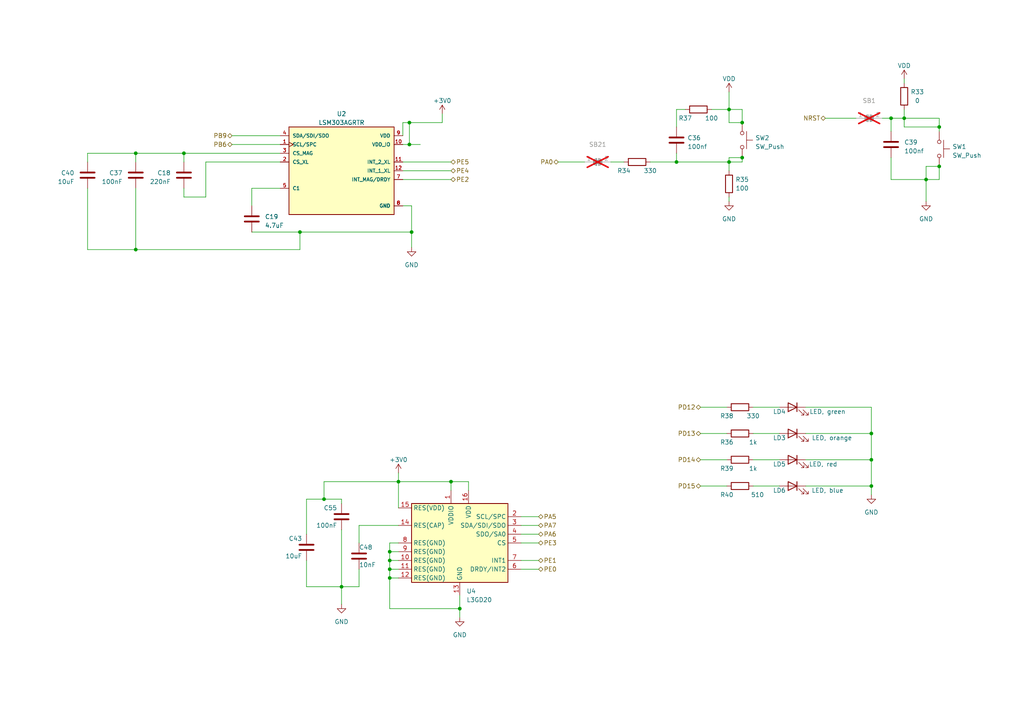
<source format=kicad_sch>
(kicad_sch (version 20230121) (generator eeschema)

  (uuid f8619407-8669-4af9-9015-586f8f4a972b)

  (paper "A4")

  (lib_symbols
    (symbol "Device:C" (pin_numbers hide) (pin_names (offset 0.254)) (in_bom yes) (on_board yes)
      (property "Reference" "C" (at 0.635 2.54 0)
        (effects (font (size 1.27 1.27)) (justify left))
      )
      (property "Value" "C" (at 0.635 -2.54 0)
        (effects (font (size 1.27 1.27)) (justify left))
      )
      (property "Footprint" "" (at 0.9652 -3.81 0)
        (effects (font (size 1.27 1.27)) hide)
      )
      (property "Datasheet" "~" (at 0 0 0)
        (effects (font (size 1.27 1.27)) hide)
      )
      (property "ki_keywords" "cap capacitor" (at 0 0 0)
        (effects (font (size 1.27 1.27)) hide)
      )
      (property "ki_description" "Unpolarized capacitor" (at 0 0 0)
        (effects (font (size 1.27 1.27)) hide)
      )
      (property "ki_fp_filters" "C_*" (at 0 0 0)
        (effects (font (size 1.27 1.27)) hide)
      )
      (symbol "C_0_1"
        (polyline
          (pts
            (xy -2.032 -0.762)
            (xy 2.032 -0.762)
          )
          (stroke (width 0.508) (type default))
          (fill (type none))
        )
        (polyline
          (pts
            (xy -2.032 0.762)
            (xy 2.032 0.762)
          )
          (stroke (width 0.508) (type default))
          (fill (type none))
        )
      )
      (symbol "C_1_1"
        (pin passive line (at 0 3.81 270) (length 2.794)
          (name "~" (effects (font (size 1.27 1.27))))
          (number "1" (effects (font (size 1.27 1.27))))
        )
        (pin passive line (at 0 -3.81 90) (length 2.794)
          (name "~" (effects (font (size 1.27 1.27))))
          (number "2" (effects (font (size 1.27 1.27))))
        )
      )
    )
    (symbol "Device:LED" (pin_numbers hide) (pin_names (offset 1.016) hide) (in_bom yes) (on_board yes)
      (property "Reference" "D" (at 0 2.54 0)
        (effects (font (size 1.27 1.27)))
      )
      (property "Value" "LED" (at 0 -2.54 0)
        (effects (font (size 1.27 1.27)))
      )
      (property "Footprint" "" (at 0 0 0)
        (effects (font (size 1.27 1.27)) hide)
      )
      (property "Datasheet" "~" (at 0 0 0)
        (effects (font (size 1.27 1.27)) hide)
      )
      (property "ki_keywords" "LED diode" (at 0 0 0)
        (effects (font (size 1.27 1.27)) hide)
      )
      (property "ki_description" "Light emitting diode" (at 0 0 0)
        (effects (font (size 1.27 1.27)) hide)
      )
      (property "ki_fp_filters" "LED* LED_SMD:* LED_THT:*" (at 0 0 0)
        (effects (font (size 1.27 1.27)) hide)
      )
      (symbol "LED_0_1"
        (polyline
          (pts
            (xy -1.27 -1.27)
            (xy -1.27 1.27)
          )
          (stroke (width 0.254) (type default))
          (fill (type none))
        )
        (polyline
          (pts
            (xy -1.27 0)
            (xy 1.27 0)
          )
          (stroke (width 0) (type default))
          (fill (type none))
        )
        (polyline
          (pts
            (xy 1.27 -1.27)
            (xy 1.27 1.27)
            (xy -1.27 0)
            (xy 1.27 -1.27)
          )
          (stroke (width 0.254) (type default))
          (fill (type none))
        )
        (polyline
          (pts
            (xy -3.048 -0.762)
            (xy -4.572 -2.286)
            (xy -3.81 -2.286)
            (xy -4.572 -2.286)
            (xy -4.572 -1.524)
          )
          (stroke (width 0) (type default))
          (fill (type none))
        )
        (polyline
          (pts
            (xy -1.778 -0.762)
            (xy -3.302 -2.286)
            (xy -2.54 -2.286)
            (xy -3.302 -2.286)
            (xy -3.302 -1.524)
          )
          (stroke (width 0) (type default))
          (fill (type none))
        )
      )
      (symbol "LED_1_1"
        (pin passive line (at -3.81 0 0) (length 2.54)
          (name "K" (effects (font (size 1.27 1.27))))
          (number "1" (effects (font (size 1.27 1.27))))
        )
        (pin passive line (at 3.81 0 180) (length 2.54)
          (name "A" (effects (font (size 1.27 1.27))))
          (number "2" (effects (font (size 1.27 1.27))))
        )
      )
    )
    (symbol "Device:R" (pin_numbers hide) (pin_names (offset 0)) (in_bom yes) (on_board yes)
      (property "Reference" "R" (at 2.032 0 90)
        (effects (font (size 1.27 1.27)))
      )
      (property "Value" "R" (at 0 0 90)
        (effects (font (size 1.27 1.27)))
      )
      (property "Footprint" "" (at -1.778 0 90)
        (effects (font (size 1.27 1.27)) hide)
      )
      (property "Datasheet" "~" (at 0 0 0)
        (effects (font (size 1.27 1.27)) hide)
      )
      (property "ki_keywords" "R res resistor" (at 0 0 0)
        (effects (font (size 1.27 1.27)) hide)
      )
      (property "ki_description" "Resistor" (at 0 0 0)
        (effects (font (size 1.27 1.27)) hide)
      )
      (property "ki_fp_filters" "R_*" (at 0 0 0)
        (effects (font (size 1.27 1.27)) hide)
      )
      (symbol "R_0_1"
        (rectangle (start -1.016 -2.54) (end 1.016 2.54)
          (stroke (width 0.254) (type default))
          (fill (type none))
        )
      )
      (symbol "R_1_1"
        (pin passive line (at 0 3.81 270) (length 1.27)
          (name "~" (effects (font (size 1.27 1.27))))
          (number "1" (effects (font (size 1.27 1.27))))
        )
        (pin passive line (at 0 -3.81 90) (length 1.27)
          (name "~" (effects (font (size 1.27 1.27))))
          (number "2" (effects (font (size 1.27 1.27))))
        )
      )
    )
    (symbol "Jumper:SolderJumper_2_Bridged" (pin_names (offset 0) hide) (in_bom yes) (on_board yes)
      (property "Reference" "JP" (at 0 2.032 0)
        (effects (font (size 1.27 1.27)))
      )
      (property "Value" "SolderJumper_2_Bridged" (at 0 -2.54 0)
        (effects (font (size 1.27 1.27)))
      )
      (property "Footprint" "" (at 0 0 0)
        (effects (font (size 1.27 1.27)) hide)
      )
      (property "Datasheet" "~" (at 0 0 0)
        (effects (font (size 1.27 1.27)) hide)
      )
      (property "ki_keywords" "solder jumper SPST" (at 0 0 0)
        (effects (font (size 1.27 1.27)) hide)
      )
      (property "ki_description" "Solder Jumper, 2-pole, closed/bridged" (at 0 0 0)
        (effects (font (size 1.27 1.27)) hide)
      )
      (property "ki_fp_filters" "SolderJumper*Bridged*" (at 0 0 0)
        (effects (font (size 1.27 1.27)) hide)
      )
      (symbol "SolderJumper_2_Bridged_0_1"
        (rectangle (start -0.508 0.508) (end 0.508 -0.508)
          (stroke (width 0) (type default))
          (fill (type outline))
        )
        (arc (start -0.254 1.016) (mid -1.2656 0) (end -0.254 -1.016)
          (stroke (width 0) (type default))
          (fill (type none))
        )
        (arc (start -0.254 1.016) (mid -1.2656 0) (end -0.254 -1.016)
          (stroke (width 0) (type default))
          (fill (type outline))
        )
        (polyline
          (pts
            (xy -0.254 1.016)
            (xy -0.254 -1.016)
          )
          (stroke (width 0) (type default))
          (fill (type none))
        )
        (polyline
          (pts
            (xy 0.254 1.016)
            (xy 0.254 -1.016)
          )
          (stroke (width 0) (type default))
          (fill (type none))
        )
        (arc (start 0.254 -1.016) (mid 1.2656 0) (end 0.254 1.016)
          (stroke (width 0) (type default))
          (fill (type none))
        )
        (arc (start 0.254 -1.016) (mid 1.2656 0) (end 0.254 1.016)
          (stroke (width 0) (type default))
          (fill (type outline))
        )
      )
      (symbol "SolderJumper_2_Bridged_1_1"
        (pin passive line (at -3.81 0 0) (length 2.54)
          (name "A" (effects (font (size 1.27 1.27))))
          (number "1" (effects (font (size 1.27 1.27))))
        )
        (pin passive line (at 3.81 0 180) (length 2.54)
          (name "B" (effects (font (size 1.27 1.27))))
          (number "2" (effects (font (size 1.27 1.27))))
        )
      )
    )
    (symbol "LSM303AGRTR:LSM303AGRTR" (pin_names (offset 1.016)) (in_bom yes) (on_board yes)
      (property "Reference" "U" (at -15.2989 13.248 0)
        (effects (font (size 1.27 1.27)) (justify left bottom))
      )
      (property "Value" "LSM303AGRTR" (at -15.2865 -15.0787 0)
        (effects (font (size 1.27 1.27)) (justify left bottom))
      )
      (property "Footprint" "LGA12R50P_200X200X100" (at 0 0 0)
        (effects (font (size 1.27 1.27)) (justify bottom) hide)
      )
      (property "Datasheet" "" (at 0 0 0)
        (effects (font (size 1.27 1.27)) hide)
      )
      (property "PACKAGE" "LGA-12 STMicroelectronics" (at 0 0 0)
        (effects (font (size 1.27 1.27)) (justify bottom) hide)
      )
      (property "MANUFACTURER" "STMicroelectronics" (at 0 0 0)
        (effects (font (size 1.27 1.27)) (justify bottom) hide)
      )
      (property "AVAILABILITY" "Good" (at 0 0 0)
        (effects (font (size 1.27 1.27)) (justify bottom) hide)
      )
      (property "DESCRIPTION" "Ultra-compact high-performance e-compass 3D accelerometer and 3D magnetometer module" (at 0 0 0)
        (effects (font (size 1.27 1.27)) (justify bottom) hide)
      )
      (property "PRICE" "1.79 USD" (at 0 0 0)
        (effects (font (size 1.27 1.27)) (justify bottom) hide)
      )
      (property "MP" "LSM303AGRTR" (at 0 0 0)
        (effects (font (size 1.27 1.27)) (justify bottom) hide)
      )
      (symbol "LSM303AGRTR_0_0"
        (rectangle (start -15.24 -12.7) (end 15.24 12.7)
          (stroke (width 0.254) (type default))
          (fill (type background))
        )
        (pin bidirectional clock (at -17.78 7.62 0) (length 2.54)
          (name "SCL/SPC" (effects (font (size 1.016 1.016))))
          (number "1" (effects (font (size 1.016 1.016))))
        )
        (pin power_in line (at 17.78 7.62 180) (length 2.54)
          (name "VDD_IO" (effects (font (size 1.016 1.016))))
          (number "10" (effects (font (size 1.016 1.016))))
        )
        (pin output line (at 17.78 2.54 180) (length 2.54)
          (name "INT_2_XL" (effects (font (size 1.016 1.016))))
          (number "11" (effects (font (size 1.016 1.016))))
        )
        (pin output line (at 17.78 0 180) (length 2.54)
          (name "INT_1_XL" (effects (font (size 1.016 1.016))))
          (number "12" (effects (font (size 1.016 1.016))))
        )
        (pin input line (at -17.78 2.54 0) (length 2.54)
          (name "CS_XL" (effects (font (size 1.016 1.016))))
          (number "2" (effects (font (size 1.016 1.016))))
        )
        (pin input line (at -17.78 5.08 0) (length 2.54)
          (name "CS_MAG" (effects (font (size 1.016 1.016))))
          (number "3" (effects (font (size 1.016 1.016))))
        )
        (pin bidirectional line (at -17.78 10.16 0) (length 2.54)
          (name "SDA/SDI/SDO" (effects (font (size 1.016 1.016))))
          (number "4" (effects (font (size 1.016 1.016))))
        )
        (pin passive line (at -17.78 -5.08 0) (length 2.54)
          (name "C1" (effects (font (size 1.016 1.016))))
          (number "5" (effects (font (size 1.016 1.016))))
        )
        (pin power_in line (at 17.78 -10.16 180) (length 2.54)
          (name "GND" (effects (font (size 1.016 1.016))))
          (number "6" (effects (font (size 1.016 1.016))))
        )
        (pin output line (at 17.78 -2.54 180) (length 2.54)
          (name "INT_MAG/DRDY" (effects (font (size 1.016 1.016))))
          (number "7" (effects (font (size 1.016 1.016))))
        )
        (pin power_in line (at 17.78 -10.16 180) (length 2.54)
          (name "GND" (effects (font (size 1.016 1.016))))
          (number "8" (effects (font (size 1.016 1.016))))
        )
        (pin power_in line (at 17.78 10.16 180) (length 2.54)
          (name "VDD" (effects (font (size 1.016 1.016))))
          (number "9" (effects (font (size 1.016 1.016))))
        )
      )
    )
    (symbol "Sensor_Motion:L3GD20" (in_bom yes) (on_board yes)
      (property "Reference" "U" (at 6.35 15.24 0)
        (effects (font (size 1.27 1.27)) (justify left))
      )
      (property "Value" "L3GD20" (at 6.35 12.7 0)
        (effects (font (size 1.27 1.27)) (justify left))
      )
      (property "Footprint" "Package_LGA:LGA-16_4x4mm_P0.65mm_LayoutBorder4x4y" (at 0 -19.05 0)
        (effects (font (size 1.27 1.27) italic) hide)
      )
      (property "Datasheet" "http://www.st.com/st-web-ui/static/active/en/resource/technical/document/datasheet/DM00036465.pdf" (at 0 0 0)
        (effects (font (size 1.27 1.27)) hide)
      )
      (property "ki_keywords" "3-Axis MEMS Gyroscope" (at 0 0 0)
        (effects (font (size 1.27 1.27)) hide)
      )
      (property "ki_description" "[Not recommended for new designs] 16-bit 3 Axis Digital MEMS Gyroscope, LGA-16" (at 0 0 0)
        (effects (font (size 1.27 1.27)) hide)
      )
      (property "ki_fp_filters" "LGA*4x4mm*P0.65mm*LayoutBorder4x4y*" (at 0 0 0)
        (effects (font (size 1.27 1.27)) hide)
      )
      (symbol "L3GD20_0_1"
        (rectangle (start -13.97 11.43) (end 13.97 -11.43)
          (stroke (width 0.254) (type default))
          (fill (type background))
        )
      )
      (symbol "L3GD20_1_1"
        (pin power_in line (at -2.54 15.24 270) (length 3.81)
          (name "VDDIO" (effects (font (size 1.27 1.27))))
          (number "1" (effects (font (size 1.27 1.27))))
        )
        (pin passive line (at -17.78 -5.08 0) (length 3.81)
          (name "RES(GND)" (effects (font (size 1.27 1.27))))
          (number "10" (effects (font (size 1.27 1.27))))
        )
        (pin passive line (at -17.78 -7.62 0) (length 3.81)
          (name "RES(GND)" (effects (font (size 1.27 1.27))))
          (number "11" (effects (font (size 1.27 1.27))))
        )
        (pin passive line (at -17.78 -10.16 0) (length 3.81)
          (name "RES(GND)" (effects (font (size 1.27 1.27))))
          (number "12" (effects (font (size 1.27 1.27))))
        )
        (pin power_in line (at 0 -15.24 90) (length 3.81)
          (name "GND" (effects (font (size 1.27 1.27))))
          (number "13" (effects (font (size 1.27 1.27))))
        )
        (pin passive line (at -17.78 5.08 0) (length 3.81)
          (name "RES(CAP)" (effects (font (size 1.27 1.27))))
          (number "14" (effects (font (size 1.27 1.27))))
        )
        (pin passive line (at -17.78 10.16 0) (length 3.81)
          (name "RES(VDD)" (effects (font (size 1.27 1.27))))
          (number "15" (effects (font (size 1.27 1.27))))
        )
        (pin power_in line (at 2.54 15.24 270) (length 3.81)
          (name "VDD" (effects (font (size 1.27 1.27))))
          (number "16" (effects (font (size 1.27 1.27))))
        )
        (pin input line (at 17.78 7.62 180) (length 3.81)
          (name "SCL/SPC" (effects (font (size 1.27 1.27))))
          (number "2" (effects (font (size 1.27 1.27))))
        )
        (pin bidirectional line (at 17.78 5.08 180) (length 3.81)
          (name "SDA/SDI/SDO" (effects (font (size 1.27 1.27))))
          (number "3" (effects (font (size 1.27 1.27))))
        )
        (pin output line (at 17.78 2.54 180) (length 3.81)
          (name "SDO/SA0" (effects (font (size 1.27 1.27))))
          (number "4" (effects (font (size 1.27 1.27))))
        )
        (pin input line (at 17.78 0 180) (length 3.81)
          (name "CS" (effects (font (size 1.27 1.27))))
          (number "5" (effects (font (size 1.27 1.27))))
        )
        (pin output line (at 17.78 -7.62 180) (length 3.81)
          (name "DRDY/INT2" (effects (font (size 1.27 1.27))))
          (number "6" (effects (font (size 1.27 1.27))))
        )
        (pin output line (at 17.78 -5.08 180) (length 3.81)
          (name "INT1" (effects (font (size 1.27 1.27))))
          (number "7" (effects (font (size 1.27 1.27))))
        )
        (pin passive line (at -17.78 0 0) (length 3.81)
          (name "RES(GND)" (effects (font (size 1.27 1.27))))
          (number "8" (effects (font (size 1.27 1.27))))
        )
        (pin passive line (at -17.78 -2.54 0) (length 3.81)
          (name "RES(GND)" (effects (font (size 1.27 1.27))))
          (number "9" (effects (font (size 1.27 1.27))))
        )
      )
    )
    (symbol "Switch:SW_Push" (pin_numbers hide) (pin_names (offset 1.016) hide) (in_bom yes) (on_board yes)
      (property "Reference" "SW" (at 1.27 2.54 0)
        (effects (font (size 1.27 1.27)) (justify left))
      )
      (property "Value" "SW_Push" (at 0 -1.524 0)
        (effects (font (size 1.27 1.27)))
      )
      (property "Footprint" "" (at 0 5.08 0)
        (effects (font (size 1.27 1.27)) hide)
      )
      (property "Datasheet" "~" (at 0 5.08 0)
        (effects (font (size 1.27 1.27)) hide)
      )
      (property "ki_keywords" "switch normally-open pushbutton push-button" (at 0 0 0)
        (effects (font (size 1.27 1.27)) hide)
      )
      (property "ki_description" "Push button switch, generic, two pins" (at 0 0 0)
        (effects (font (size 1.27 1.27)) hide)
      )
      (symbol "SW_Push_0_1"
        (circle (center -2.032 0) (radius 0.508)
          (stroke (width 0) (type default))
          (fill (type none))
        )
        (polyline
          (pts
            (xy 0 1.27)
            (xy 0 3.048)
          )
          (stroke (width 0) (type default))
          (fill (type none))
        )
        (polyline
          (pts
            (xy 2.54 1.27)
            (xy -2.54 1.27)
          )
          (stroke (width 0) (type default))
          (fill (type none))
        )
        (circle (center 2.032 0) (radius 0.508)
          (stroke (width 0) (type default))
          (fill (type none))
        )
        (pin passive line (at -5.08 0 0) (length 2.54)
          (name "1" (effects (font (size 1.27 1.27))))
          (number "1" (effects (font (size 1.27 1.27))))
        )
        (pin passive line (at 5.08 0 180) (length 2.54)
          (name "2" (effects (font (size 1.27 1.27))))
          (number "2" (effects (font (size 1.27 1.27))))
        )
      )
    )
    (symbol "power:+3V0" (power) (pin_names (offset 0)) (in_bom yes) (on_board yes)
      (property "Reference" "#PWR" (at 0 -3.81 0)
        (effects (font (size 1.27 1.27)) hide)
      )
      (property "Value" "+3V0" (at 0 3.556 0)
        (effects (font (size 1.27 1.27)))
      )
      (property "Footprint" "" (at 0 0 0)
        (effects (font (size 1.27 1.27)) hide)
      )
      (property "Datasheet" "" (at 0 0 0)
        (effects (font (size 1.27 1.27)) hide)
      )
      (property "ki_keywords" "global power" (at 0 0 0)
        (effects (font (size 1.27 1.27)) hide)
      )
      (property "ki_description" "Power symbol creates a global label with name \"+3V0\"" (at 0 0 0)
        (effects (font (size 1.27 1.27)) hide)
      )
      (symbol "+3V0_0_1"
        (polyline
          (pts
            (xy -0.762 1.27)
            (xy 0 2.54)
          )
          (stroke (width 0) (type default))
          (fill (type none))
        )
        (polyline
          (pts
            (xy 0 0)
            (xy 0 2.54)
          )
          (stroke (width 0) (type default))
          (fill (type none))
        )
        (polyline
          (pts
            (xy 0 2.54)
            (xy 0.762 1.27)
          )
          (stroke (width 0) (type default))
          (fill (type none))
        )
      )
      (symbol "+3V0_1_1"
        (pin power_in line (at 0 0 90) (length 0) hide
          (name "+3V0" (effects (font (size 1.27 1.27))))
          (number "1" (effects (font (size 1.27 1.27))))
        )
      )
    )
    (symbol "power:GND" (power) (pin_names (offset 0)) (in_bom yes) (on_board yes)
      (property "Reference" "#PWR" (at 0 -6.35 0)
        (effects (font (size 1.27 1.27)) hide)
      )
      (property "Value" "GND" (at 0 -3.81 0)
        (effects (font (size 1.27 1.27)))
      )
      (property "Footprint" "" (at 0 0 0)
        (effects (font (size 1.27 1.27)) hide)
      )
      (property "Datasheet" "" (at 0 0 0)
        (effects (font (size 1.27 1.27)) hide)
      )
      (property "ki_keywords" "global power" (at 0 0 0)
        (effects (font (size 1.27 1.27)) hide)
      )
      (property "ki_description" "Power symbol creates a global label with name \"GND\" , ground" (at 0 0 0)
        (effects (font (size 1.27 1.27)) hide)
      )
      (symbol "GND_0_1"
        (polyline
          (pts
            (xy 0 0)
            (xy 0 -1.27)
            (xy 1.27 -1.27)
            (xy 0 -2.54)
            (xy -1.27 -1.27)
            (xy 0 -1.27)
          )
          (stroke (width 0) (type default))
          (fill (type none))
        )
      )
      (symbol "GND_1_1"
        (pin power_in line (at 0 0 270) (length 0) hide
          (name "GND" (effects (font (size 1.27 1.27))))
          (number "1" (effects (font (size 1.27 1.27))))
        )
      )
    )
    (symbol "power:VDD" (power) (pin_names (offset 0)) (in_bom yes) (on_board yes)
      (property "Reference" "#PWR" (at 0 -3.81 0)
        (effects (font (size 1.27 1.27)) hide)
      )
      (property "Value" "VDD" (at 0 3.81 0)
        (effects (font (size 1.27 1.27)))
      )
      (property "Footprint" "" (at 0 0 0)
        (effects (font (size 1.27 1.27)) hide)
      )
      (property "Datasheet" "" (at 0 0 0)
        (effects (font (size 1.27 1.27)) hide)
      )
      (property "ki_keywords" "global power" (at 0 0 0)
        (effects (font (size 1.27 1.27)) hide)
      )
      (property "ki_description" "Power symbol creates a global label with name \"VDD\"" (at 0 0 0)
        (effects (font (size 1.27 1.27)) hide)
      )
      (symbol "VDD_0_1"
        (polyline
          (pts
            (xy -0.762 1.27)
            (xy 0 2.54)
          )
          (stroke (width 0) (type default))
          (fill (type none))
        )
        (polyline
          (pts
            (xy 0 0)
            (xy 0 2.54)
          )
          (stroke (width 0) (type default))
          (fill (type none))
        )
        (polyline
          (pts
            (xy 0 2.54)
            (xy 0.762 1.27)
          )
          (stroke (width 0) (type default))
          (fill (type none))
        )
      )
      (symbol "VDD_1_1"
        (pin power_in line (at 0 0 90) (length 0) hide
          (name "VDD" (effects (font (size 1.27 1.27))))
          (number "1" (effects (font (size 1.27 1.27))))
        )
      )
    )
  )

  (junction (at 130.81 139.7) (diameter 0) (color 0 0 0 0)
    (uuid 00317c7c-d975-48ec-89cf-c9da931b1c22)
  )
  (junction (at 262.255 34.29) (diameter 0) (color 0 0 0 0)
    (uuid 063788b2-3138-4ad8-95ae-3cbbe2be19c6)
  )
  (junction (at 215.265 45.72) (diameter 0) (color 0 0 0 0)
    (uuid 09b0e496-3965-4c51-833b-19dc8e5657bc)
  )
  (junction (at 272.415 36.83) (diameter 0) (color 0 0 0 0)
    (uuid 1c0da20b-e384-46c4-b7f7-14fdf6406275)
  )
  (junction (at 86.995 67.31) (diameter 0) (color 0 0 0 0)
    (uuid 242d4bd6-37a9-411c-a68d-b9dde9efcc2c)
  )
  (junction (at 113.03 160.02) (diameter 0) (color 0 0 0 0)
    (uuid 2bcb0aca-b9f1-47eb-8af4-7980518ee06f)
  )
  (junction (at 113.03 162.56) (diameter 0) (color 0 0 0 0)
    (uuid 3ebf4079-ba12-4969-872f-560afa06f615)
  )
  (junction (at 268.605 52.07) (diameter 0) (color 0 0 0 0)
    (uuid 42bc6fe7-df72-4829-83b8-0c4be165b7b1)
  )
  (junction (at 272.415 48.26) (diameter 0) (color 0 0 0 0)
    (uuid 47e326e7-3b29-4f27-af24-4e02b98cef66)
  )
  (junction (at 211.455 31.75) (diameter 0) (color 0 0 0 0)
    (uuid 55aa3a7d-5c55-447d-b821-88387b30c1a3)
  )
  (junction (at 252.73 140.97) (diameter 0) (color 0 0 0 0)
    (uuid 575a3c2c-89b9-451c-b164-5b5c5daabdfa)
  )
  (junction (at 258.445 34.29) (diameter 0) (color 0 0 0 0)
    (uuid 63232396-991c-446b-af11-e7bc65e2563c)
  )
  (junction (at 118.745 41.91) (diameter 0) (color 0 0 0 0)
    (uuid 6f4acc97-d4b0-4a9a-8f83-32b384af79cc)
  )
  (junction (at 99.06 170.18) (diameter 0) (color 0 0 0 0)
    (uuid 7f7416b5-7d0c-4e61-aea0-71af2b21ce12)
  )
  (junction (at 53.34 44.45) (diameter 0) (color 0 0 0 0)
    (uuid 808aa2cb-28cd-4145-a73b-d89da6be8a63)
  )
  (junction (at 196.215 46.99) (diameter 0) (color 0 0 0 0)
    (uuid 8b5cc1a7-f294-4e5b-819d-4db70a2a8f69)
  )
  (junction (at 118.745 35.56) (diameter 0) (color 0 0 0 0)
    (uuid 94b55c49-34d6-4f7a-b679-f6e1dc915e12)
  )
  (junction (at 113.03 167.64) (diameter 0) (color 0 0 0 0)
    (uuid a1ffa708-c217-4ebe-96dd-9b6a3856830d)
  )
  (junction (at 39.37 44.45) (diameter 0) (color 0 0 0 0)
    (uuid b56816f4-0a75-43ca-8121-9c92cc739174)
  )
  (junction (at 115.57 139.7) (diameter 0) (color 0 0 0 0)
    (uuid b7d611e7-0925-4e7d-8324-b4a50a1dd32a)
  )
  (junction (at 119.38 67.31) (diameter 0) (color 0 0 0 0)
    (uuid b9cae8ee-9668-4e91-9d61-e8b7d3bd52d7)
  )
  (junction (at 39.37 72.39) (diameter 0) (color 0 0 0 0)
    (uuid be4d6178-a5d3-4d8e-adea-ba6d58af611e)
  )
  (junction (at 252.73 125.73) (diameter 0) (color 0 0 0 0)
    (uuid d2db1021-b186-4bac-aaa8-623b7ed92801)
  )
  (junction (at 113.03 165.1) (diameter 0) (color 0 0 0 0)
    (uuid d2fb9054-f3ad-4582-95a2-d00230311c85)
  )
  (junction (at 215.265 35.56) (diameter 0) (color 0 0 0 0)
    (uuid d4e67be7-739d-44b9-bd7a-e5ca8aa2d897)
  )
  (junction (at 93.98 144.78) (diameter 0) (color 0 0 0 0)
    (uuid df5b3022-ab78-434d-a8e4-7fc72c33d124)
  )
  (junction (at 133.35 176.53) (diameter 0) (color 0 0 0 0)
    (uuid eab57e90-e7a3-4111-af4f-9d519b98a637)
  )
  (junction (at 211.455 46.99) (diameter 0) (color 0 0 0 0)
    (uuid fa87bed9-f305-4742-81a8-1b350353c34c)
  )
  (junction (at 252.73 133.35) (diameter 0) (color 0 0 0 0)
    (uuid fd0360f5-3c3e-4d1c-963b-d32ff2b70e81)
  )

  (wire (pts (xy 119.38 67.31) (xy 119.38 71.755))
    (stroke (width 0) (type default))
    (uuid 00eea3ef-cbca-41fb-b8a3-26cd104268b4)
  )
  (wire (pts (xy 39.37 72.39) (xy 25.4 72.39))
    (stroke (width 0) (type default))
    (uuid 0595c457-ab38-4868-b197-3731ac65f8c9)
  )
  (wire (pts (xy 255.905 34.29) (xy 258.445 34.29))
    (stroke (width 0) (type default))
    (uuid 07db0809-b2f6-4572-a00b-d7577b853f34)
  )
  (wire (pts (xy 115.57 157.48) (xy 113.03 157.48))
    (stroke (width 0) (type default))
    (uuid 0880226d-da24-4823-8009-a485904c096f)
  )
  (wire (pts (xy 86.995 67.31) (xy 119.38 67.31))
    (stroke (width 0) (type default))
    (uuid 09508f82-4dbb-4391-8600-7af8cf5159bb)
  )
  (wire (pts (xy 67.31 39.37) (xy 81.28 39.37))
    (stroke (width 0) (type default))
    (uuid 099cce54-0b23-453b-aeab-6c4bca850c8a)
  )
  (wire (pts (xy 151.13 152.4) (xy 156.21 152.4))
    (stroke (width 0) (type default))
    (uuid 0b2cd7aa-7a5a-43de-b0a7-cc295b74e757)
  )
  (wire (pts (xy 258.445 45.72) (xy 258.445 52.07))
    (stroke (width 0) (type default))
    (uuid 11c5c849-6310-4647-8ef3-b9535b792fc5)
  )
  (wire (pts (xy 268.605 52.07) (xy 268.605 58.42))
    (stroke (width 0) (type default))
    (uuid 13f2fff7-7628-4f5f-93d8-6ed6f4302681)
  )
  (wire (pts (xy 118.745 35.56) (xy 128.27 35.56))
    (stroke (width 0) (type default))
    (uuid 18d3a6e4-851e-44af-a71b-08c4f2fd6ff2)
  )
  (wire (pts (xy 113.03 165.1) (xy 113.03 167.64))
    (stroke (width 0) (type default))
    (uuid 190f0090-68c3-450a-bb92-834e94dc4701)
  )
  (wire (pts (xy 39.37 54.61) (xy 39.37 72.39))
    (stroke (width 0) (type default))
    (uuid 19a8812c-6020-45b6-b77b-f19b3c52e4dd)
  )
  (wire (pts (xy 53.34 44.45) (xy 81.28 44.45))
    (stroke (width 0) (type default))
    (uuid 1d439685-06ab-480b-a0e3-c149ab71ef69)
  )
  (wire (pts (xy 218.44 118.11) (xy 226.06 118.11))
    (stroke (width 0) (type default))
    (uuid 22c06fd3-aed4-4a79-886e-f44c368d0f27)
  )
  (wire (pts (xy 25.4 72.39) (xy 25.4 54.61))
    (stroke (width 0) (type default))
    (uuid 2405806f-17ce-4021-b384-8b359565518a)
  )
  (wire (pts (xy 206.375 31.75) (xy 211.455 31.75))
    (stroke (width 0) (type default))
    (uuid 28e58f30-c6cb-4b5e-9a2d-3706dfcbc8fa)
  )
  (wire (pts (xy 215.265 31.75) (xy 211.455 31.75))
    (stroke (width 0) (type default))
    (uuid 2b5883f1-768c-4fb7-8b9c-b1c8a76c5bb9)
  )
  (wire (pts (xy 118.745 35.56) (xy 116.84 35.56))
    (stroke (width 0) (type default))
    (uuid 2c59c6a9-01f8-44d0-ab7c-e47529282bbf)
  )
  (wire (pts (xy 151.13 154.94) (xy 156.21 154.94))
    (stroke (width 0) (type default))
    (uuid 2cf4b8cb-d872-41f9-ba71-e0980636de36)
  )
  (wire (pts (xy 88.9 144.78) (xy 93.98 144.78))
    (stroke (width 0) (type default))
    (uuid 32681ab3-f41a-4786-8ebf-7372bb49b50e)
  )
  (wire (pts (xy 99.06 170.18) (xy 104.14 170.18))
    (stroke (width 0) (type default))
    (uuid 3373f23b-6465-4590-b680-f2f985a95c51)
  )
  (wire (pts (xy 99.06 170.18) (xy 88.9 170.18))
    (stroke (width 0) (type default))
    (uuid 33eb24af-b355-477c-8f4d-5e9222793fa0)
  )
  (wire (pts (xy 116.84 35.56) (xy 116.84 39.37))
    (stroke (width 0) (type default))
    (uuid 3600f1d9-0c72-4ffd-8945-a91b7018ebd8)
  )
  (wire (pts (xy 99.06 144.78) (xy 99.06 146.05))
    (stroke (width 0) (type default))
    (uuid 38bf6120-5457-45bc-85c0-2585663b6fbd)
  )
  (wire (pts (xy 130.81 49.53) (xy 116.84 49.53))
    (stroke (width 0) (type default))
    (uuid 390ba3fc-74f0-4593-b17d-93bfa44e637b)
  )
  (wire (pts (xy 203.2 133.35) (xy 210.82 133.35))
    (stroke (width 0) (type default))
    (uuid 3f04f301-cad6-421e-8e9d-2f8ab95d86bb)
  )
  (wire (pts (xy 196.215 31.75) (xy 196.215 36.83))
    (stroke (width 0) (type default))
    (uuid 3fd11746-0f9d-426d-8e6b-6a37a74eab77)
  )
  (wire (pts (xy 272.415 36.83) (xy 272.415 38.1))
    (stroke (width 0) (type default))
    (uuid 428e9974-bad9-4cd6-9020-296f729b18cd)
  )
  (wire (pts (xy 268.605 48.26) (xy 268.605 52.07))
    (stroke (width 0) (type default))
    (uuid 4319d75a-98d9-4dc3-b28e-a36c3c3db3a4)
  )
  (wire (pts (xy 258.445 34.29) (xy 258.445 38.1))
    (stroke (width 0) (type default))
    (uuid 489ccd62-5fd5-4291-a690-e6164605b617)
  )
  (wire (pts (xy 272.415 48.26) (xy 268.605 48.26))
    (stroke (width 0) (type default))
    (uuid 4976c1e9-d3b7-47f7-9d41-a095d8a48e2c)
  )
  (wire (pts (xy 262.255 22.86) (xy 262.255 24.13))
    (stroke (width 0) (type default))
    (uuid 4abcddb7-e635-4232-abd2-24e8969a80c8)
  )
  (wire (pts (xy 93.98 144.78) (xy 93.98 139.7))
    (stroke (width 0) (type default))
    (uuid 4bfa9087-6604-4023-81a0-5a9bfa1dc01e)
  )
  (wire (pts (xy 115.57 165.1) (xy 113.03 165.1))
    (stroke (width 0) (type default))
    (uuid 4d32654c-cfbe-4c59-9437-c1e60598bb15)
  )
  (wire (pts (xy 118.745 41.91) (xy 116.84 41.91))
    (stroke (width 0) (type default))
    (uuid 50a6cdd3-a7d3-446d-8191-c61abc484bec)
  )
  (wire (pts (xy 218.44 125.73) (xy 226.06 125.73))
    (stroke (width 0) (type default))
    (uuid 542b911a-755d-4793-9435-92a8f9ad87b5)
  )
  (wire (pts (xy 233.68 133.35) (xy 252.73 133.35))
    (stroke (width 0) (type default))
    (uuid 561bc1a8-ab59-4fb3-8149-dbcd4b399fcb)
  )
  (wire (pts (xy 93.98 139.7) (xy 115.57 139.7))
    (stroke (width 0) (type default))
    (uuid 56b894a3-ef6d-429c-afd7-a13f43243526)
  )
  (wire (pts (xy 130.81 139.7) (xy 135.89 139.7))
    (stroke (width 0) (type default))
    (uuid 5704bd53-6cca-4a67-bf07-c1e42fdc1344)
  )
  (wire (pts (xy 211.455 57.15) (xy 211.455 58.42))
    (stroke (width 0) (type default))
    (uuid 5760fa00-1ea8-4f25-83e4-b4a54e053a79)
  )
  (wire (pts (xy 121.92 41.91) (xy 118.745 41.91))
    (stroke (width 0) (type default))
    (uuid 582ebf0e-bb7d-4466-bfc1-34a3960d0c31)
  )
  (wire (pts (xy 272.415 34.29) (xy 272.415 36.83))
    (stroke (width 0) (type default))
    (uuid 58445790-b885-4efa-ae81-9c642c856095)
  )
  (wire (pts (xy 39.37 72.39) (xy 86.995 72.39))
    (stroke (width 0) (type default))
    (uuid 58b1f249-69a1-4232-8e08-23d624d619a0)
  )
  (wire (pts (xy 99.06 153.67) (xy 99.06 170.18))
    (stroke (width 0) (type default))
    (uuid 595e6598-9c08-445e-b21a-f4c9c065c4e4)
  )
  (wire (pts (xy 151.13 162.56) (xy 156.21 162.56))
    (stroke (width 0) (type default))
    (uuid 5d285cb3-e77a-4c30-9f5c-af5d8fdf620f)
  )
  (wire (pts (xy 73.025 67.31) (xy 86.995 67.31))
    (stroke (width 0) (type default))
    (uuid 5e396a26-d4f3-456f-9536-b29f56525ce3)
  )
  (wire (pts (xy 252.73 125.73) (xy 252.73 133.35))
    (stroke (width 0) (type default))
    (uuid 5f6e5263-7872-437f-9f32-a76b86c534ca)
  )
  (wire (pts (xy 39.37 44.45) (xy 53.34 44.45))
    (stroke (width 0) (type default))
    (uuid 647e42f4-9949-410d-b9c7-d07fcf1af45e)
  )
  (wire (pts (xy 211.455 46.99) (xy 211.455 49.53))
    (stroke (width 0) (type default))
    (uuid 68baaf88-3933-431b-98fc-cae3787ca3ac)
  )
  (wire (pts (xy 177.165 46.99) (xy 180.975 46.99))
    (stroke (width 0) (type default))
    (uuid 69d1bce9-9e21-411e-a5dd-4ed6b90e3324)
  )
  (wire (pts (xy 196.215 44.45) (xy 196.215 46.99))
    (stroke (width 0) (type default))
    (uuid 69ef77f6-ace5-4d3e-8e65-90d77731e840)
  )
  (wire (pts (xy 151.13 165.1) (xy 156.21 165.1))
    (stroke (width 0) (type default))
    (uuid 6db875f5-30a6-4933-920f-59e3c48b9514)
  )
  (wire (pts (xy 203.2 118.11) (xy 210.82 118.11))
    (stroke (width 0) (type default))
    (uuid 73a05193-a3e2-4116-aada-2883d39e9e60)
  )
  (wire (pts (xy 233.68 125.73) (xy 252.73 125.73))
    (stroke (width 0) (type default))
    (uuid 7bb78b21-8011-497a-bf48-2ef47f9a1890)
  )
  (wire (pts (xy 203.2 140.97) (xy 210.82 140.97))
    (stroke (width 0) (type default))
    (uuid 81279b0a-23ec-4594-8cdf-43420fe18248)
  )
  (wire (pts (xy 215.265 35.56) (xy 215.265 31.75))
    (stroke (width 0) (type default))
    (uuid 83af472e-93fd-40e1-8c1e-fd2844dce52b)
  )
  (wire (pts (xy 53.34 54.61) (xy 53.34 57.15))
    (stroke (width 0) (type default))
    (uuid 85b9559b-7360-4be2-8386-8d844d946e80)
  )
  (wire (pts (xy 39.37 46.99) (xy 39.37 44.45))
    (stroke (width 0) (type default))
    (uuid 876a39ca-fc20-4612-b9eb-7cce215b7bb6)
  )
  (wire (pts (xy 115.57 139.7) (xy 130.81 139.7))
    (stroke (width 0) (type default))
    (uuid 8906d529-95d2-4533-b9f6-114208aa84f4)
  )
  (wire (pts (xy 218.44 140.97) (xy 226.06 140.97))
    (stroke (width 0) (type default))
    (uuid 8eb26905-d8ff-45e1-9cca-7fd86d6bb95b)
  )
  (wire (pts (xy 86.995 72.39) (xy 86.995 67.31))
    (stroke (width 0) (type default))
    (uuid 8eed85ec-4ce5-4e59-a24f-c509e042b0b8)
  )
  (wire (pts (xy 262.255 34.29) (xy 272.415 34.29))
    (stroke (width 0) (type default))
    (uuid 92417ad5-6637-4b4d-88bc-53110a03a025)
  )
  (wire (pts (xy 133.35 172.72) (xy 133.35 176.53))
    (stroke (width 0) (type default))
    (uuid 967ce4b5-3c1d-44e5-aa3f-dfcdb3b065a1)
  )
  (wire (pts (xy 115.57 137.16) (xy 115.57 139.7))
    (stroke (width 0) (type default))
    (uuid 97df1016-d52d-4a34-9abc-5e129f7cc42d)
  )
  (wire (pts (xy 239.395 34.29) (xy 248.285 34.29))
    (stroke (width 0) (type default))
    (uuid 9b6b46c3-8e44-48df-892a-7a8b726ee6ee)
  )
  (wire (pts (xy 115.57 139.7) (xy 115.57 147.32))
    (stroke (width 0) (type default))
    (uuid 9be6787c-461d-48d6-a9dd-3aae1c3961ed)
  )
  (wire (pts (xy 25.4 46.99) (xy 25.4 44.45))
    (stroke (width 0) (type default))
    (uuid 9c00b6c4-be2e-400e-a563-e6ca7e6c257d)
  )
  (wire (pts (xy 268.605 52.07) (xy 272.415 52.07))
    (stroke (width 0) (type default))
    (uuid 9c60a7e5-5c4c-432e-9117-21de82f22c04)
  )
  (wire (pts (xy 151.13 149.86) (xy 156.21 149.86))
    (stroke (width 0) (type default))
    (uuid 9dc46b34-3238-4486-bf6b-680cca7014cb)
  )
  (wire (pts (xy 104.14 157.48) (xy 104.14 152.4))
    (stroke (width 0) (type default))
    (uuid a1496f10-ee32-4568-af96-4e0c2e10540b)
  )
  (wire (pts (xy 272.415 52.07) (xy 272.415 48.26))
    (stroke (width 0) (type default))
    (uuid a330a520-7d87-4d81-b538-56b5eaebddd9)
  )
  (wire (pts (xy 252.73 140.97) (xy 252.73 143.51))
    (stroke (width 0) (type default))
    (uuid a42b5617-74f2-41ea-80e2-b9a23403ee05)
  )
  (wire (pts (xy 211.455 46.99) (xy 215.265 46.99))
    (stroke (width 0) (type default))
    (uuid a5fb50ff-7cd5-4f46-a0c6-25f1defd37e7)
  )
  (wire (pts (xy 81.28 46.99) (xy 59.69 46.99))
    (stroke (width 0) (type default))
    (uuid a67c66cc-b8b0-4e67-b7f5-b11d70161687)
  )
  (wire (pts (xy 113.03 167.64) (xy 113.03 176.53))
    (stroke (width 0) (type default))
    (uuid a7efd6d4-85c3-47c3-bc61-ff83f22b2e96)
  )
  (wire (pts (xy 218.44 133.35) (xy 226.06 133.35))
    (stroke (width 0) (type default))
    (uuid a906f50f-1091-4aaf-b736-876836a4c7c0)
  )
  (wire (pts (xy 104.14 152.4) (xy 115.57 152.4))
    (stroke (width 0) (type default))
    (uuid a951a39d-0157-41ac-9b60-da3dc359d99d)
  )
  (wire (pts (xy 262.255 34.29) (xy 258.445 34.29))
    (stroke (width 0) (type default))
    (uuid a9eab8cb-1bba-4fc8-99dd-3219a39d20ca)
  )
  (wire (pts (xy 113.03 162.56) (xy 115.57 162.56))
    (stroke (width 0) (type default))
    (uuid ab8dd4e7-ddae-40c6-8c5b-c9eaa8d1abb5)
  )
  (wire (pts (xy 252.73 118.11) (xy 252.73 125.73))
    (stroke (width 0) (type default))
    (uuid acd7e982-6cef-4e50-83bf-2bfbbcd46a11)
  )
  (wire (pts (xy 119.38 59.69) (xy 119.38 67.31))
    (stroke (width 0) (type default))
    (uuid afa7712d-5e79-40dc-b305-d1f762ac842a)
  )
  (wire (pts (xy 196.215 46.99) (xy 211.455 46.99))
    (stroke (width 0) (type default))
    (uuid afdfedda-b2d8-4b40-85e3-814937bce619)
  )
  (wire (pts (xy 262.255 34.29) (xy 262.255 36.83))
    (stroke (width 0) (type default))
    (uuid b1487c23-03b3-44d3-bba0-d50ce9c0f332)
  )
  (wire (pts (xy 211.455 26.67) (xy 211.455 31.75))
    (stroke (width 0) (type default))
    (uuid b16eadec-0b8c-42c9-bd49-f139a78bc67b)
  )
  (wire (pts (xy 203.2 125.73) (xy 210.82 125.73))
    (stroke (width 0) (type default))
    (uuid b2375ecb-8b5d-4032-92a2-0f6d48e4b96c)
  )
  (wire (pts (xy 104.14 170.18) (xy 104.14 165.1))
    (stroke (width 0) (type default))
    (uuid b2dc2901-c880-42fb-8016-5f6e9107d494)
  )
  (wire (pts (xy 113.03 160.02) (xy 113.03 162.56))
    (stroke (width 0) (type default))
    (uuid b3293c31-fb5b-471c-959d-fa65e9089afb)
  )
  (wire (pts (xy 133.35 176.53) (xy 133.35 179.07))
    (stroke (width 0) (type default))
    (uuid b55149cf-f690-437d-b3c2-6d0992b78033)
  )
  (wire (pts (xy 252.73 133.35) (xy 252.73 140.97))
    (stroke (width 0) (type default))
    (uuid b707f82c-8dbb-48a3-8cf1-61d3027acd33)
  )
  (wire (pts (xy 113.03 176.53) (xy 133.35 176.53))
    (stroke (width 0) (type default))
    (uuid b7c00650-b875-4e7e-87f7-74cbe9220e00)
  )
  (wire (pts (xy 113.03 167.64) (xy 115.57 167.64))
    (stroke (width 0) (type default))
    (uuid bb5f5660-c18f-46ae-bca8-319e28ed7885)
  )
  (wire (pts (xy 262.255 31.75) (xy 262.255 34.29))
    (stroke (width 0) (type default))
    (uuid bf6bb4e1-ccdb-48ce-b870-e2d13f0d393e)
  )
  (wire (pts (xy 188.595 46.99) (xy 196.215 46.99))
    (stroke (width 0) (type default))
    (uuid bfc90d11-7502-4e5a-95a4-13b791e672b7)
  )
  (wire (pts (xy 53.34 44.45) (xy 53.34 46.99))
    (stroke (width 0) (type default))
    (uuid c21f5ea8-f70b-4adb-96ba-311c3fac7369)
  )
  (wire (pts (xy 93.98 144.78) (xy 99.06 144.78))
    (stroke (width 0) (type default))
    (uuid c4352121-b666-47a3-adfb-a643c59a7a8f)
  )
  (wire (pts (xy 130.81 52.07) (xy 116.84 52.07))
    (stroke (width 0) (type default))
    (uuid c45f73eb-58ad-4428-9d4c-fbd41c65b7e9)
  )
  (wire (pts (xy 59.69 46.99) (xy 59.69 57.15))
    (stroke (width 0) (type default))
    (uuid c5be6b97-723e-4c83-ab34-32547e787db3)
  )
  (wire (pts (xy 233.68 140.97) (xy 252.73 140.97))
    (stroke (width 0) (type default))
    (uuid c683a0a9-bdf8-4ef3-807e-22c7a21b3134)
  )
  (wire (pts (xy 113.03 160.02) (xy 115.57 160.02))
    (stroke (width 0) (type default))
    (uuid c6ffa82b-5f1c-4d5b-acce-85c3a24587d8)
  )
  (wire (pts (xy 130.81 46.99) (xy 116.84 46.99))
    (stroke (width 0) (type default))
    (uuid c7419692-138e-423f-8051-f3554818b877)
  )
  (wire (pts (xy 39.37 44.45) (xy 25.4 44.45))
    (stroke (width 0) (type default))
    (uuid c8232f98-7756-4c2a-ae73-2e2ed40f2b3e)
  )
  (wire (pts (xy 119.38 59.69) (xy 116.84 59.69))
    (stroke (width 0) (type default))
    (uuid c999892b-a252-4cde-95cb-cfd0a77fbea2)
  )
  (wire (pts (xy 128.27 35.56) (xy 128.27 33.02))
    (stroke (width 0) (type default))
    (uuid ce48c09e-f330-434b-bad0-606b011e0656)
  )
  (wire (pts (xy 262.255 36.83) (xy 272.415 36.83))
    (stroke (width 0) (type default))
    (uuid d50b7de5-3ad9-4ba3-a19c-e094de39926b)
  )
  (wire (pts (xy 211.455 35.56) (xy 211.455 31.75))
    (stroke (width 0) (type default))
    (uuid d937831b-6dfb-42c9-a69e-deac8d969f9d)
  )
  (wire (pts (xy 130.81 139.7) (xy 130.81 142.24))
    (stroke (width 0) (type default))
    (uuid dd45c4ab-7adb-4301-af36-9679a7c2be8c)
  )
  (wire (pts (xy 88.9 154.94) (xy 88.9 144.78))
    (stroke (width 0) (type default))
    (uuid dd47b216-4a42-4c4b-98cb-7de4a9b6f4b0)
  )
  (wire (pts (xy 135.89 139.7) (xy 135.89 142.24))
    (stroke (width 0) (type default))
    (uuid dd4a35d8-2f5b-47ea-9b35-f142bdcb5f82)
  )
  (wire (pts (xy 113.03 157.48) (xy 113.03 160.02))
    (stroke (width 0) (type default))
    (uuid ddbed236-00a8-430b-8622-b7b04fec43d8)
  )
  (wire (pts (xy 215.265 35.56) (xy 211.455 35.56))
    (stroke (width 0) (type default))
    (uuid df460af9-24fe-46c7-99b6-e87c2f866ddb)
  )
  (wire (pts (xy 118.745 35.56) (xy 118.745 41.91))
    (stroke (width 0) (type default))
    (uuid e0cafc48-3ecf-4c8c-a0ea-7defca469ea1)
  )
  (wire (pts (xy 151.13 157.48) (xy 156.21 157.48))
    (stroke (width 0) (type default))
    (uuid e378680b-af31-4ddb-ac25-cffc64cc1148)
  )
  (wire (pts (xy 53.34 57.15) (xy 59.69 57.15))
    (stroke (width 0) (type default))
    (uuid e52f4c58-760e-40c4-bb38-3fb77f680a75)
  )
  (wire (pts (xy 73.025 54.61) (xy 73.025 59.69))
    (stroke (width 0) (type default))
    (uuid e83bbf30-e97c-41a7-b915-06ca14fa7983)
  )
  (wire (pts (xy 113.03 162.56) (xy 113.03 165.1))
    (stroke (width 0) (type default))
    (uuid e84c9230-13a6-45e0-97b0-ed774c92731e)
  )
  (wire (pts (xy 99.06 170.18) (xy 99.06 175.26))
    (stroke (width 0) (type default))
    (uuid ec3c60a2-b546-44fc-99d0-b0d42d58239b)
  )
  (wire (pts (xy 215.265 46.99) (xy 215.265 45.72))
    (stroke (width 0) (type default))
    (uuid f115ccb6-da11-4909-acd8-b462211c24f5)
  )
  (wire (pts (xy 258.445 52.07) (xy 268.605 52.07))
    (stroke (width 0) (type default))
    (uuid f1bd93c1-253c-4138-95e4-0b6983a506a2)
  )
  (wire (pts (xy 73.025 54.61) (xy 81.28 54.61))
    (stroke (width 0) (type default))
    (uuid f37900f4-7e8f-43e8-977f-858b7eec6bf5)
  )
  (wire (pts (xy 67.31 41.91) (xy 81.28 41.91))
    (stroke (width 0) (type default))
    (uuid f50f7075-b92f-4db9-80ac-574825f29e3e)
  )
  (wire (pts (xy 88.9 170.18) (xy 88.9 162.56))
    (stroke (width 0) (type default))
    (uuid f6eba87d-cc61-41c4-af67-1e250ec26767)
  )
  (wire (pts (xy 215.265 45.72) (xy 211.455 45.72))
    (stroke (width 0) (type default))
    (uuid f812fda2-427e-46c8-8172-1ba019feafd2)
  )
  (wire (pts (xy 233.68 118.11) (xy 252.73 118.11))
    (stroke (width 0) (type default))
    (uuid fad79c8a-5467-4df8-b43a-bf13f7bd032a)
  )
  (wire (pts (xy 161.925 46.99) (xy 169.545 46.99))
    (stroke (width 0) (type default))
    (uuid feb11421-196e-4752-b3ce-80c832f39eec)
  )
  (wire (pts (xy 211.455 45.72) (xy 211.455 46.99))
    (stroke (width 0) (type default))
    (uuid feb42ca7-003e-4651-b3aa-c12d0e75c192)
  )
  (wire (pts (xy 198.755 31.75) (xy 196.215 31.75))
    (stroke (width 0) (type default))
    (uuid ff2f5b05-f914-49a5-abc7-ce0555b7aa00)
  )

  (hierarchical_label "PE5" (shape bidirectional) (at 130.81 46.99 0) (fields_autoplaced)
    (effects (font (size 1.27 1.27)) (justify left))
    (uuid 01801bff-8773-4f7e-a0a1-eb8b9d92589c)
  )
  (hierarchical_label "PD13" (shape bidirectional) (at 203.2 125.73 180) (fields_autoplaced)
    (effects (font (size 1.27 1.27)) (justify right))
    (uuid 0cac97a8-75e7-49c1-ada8-058985ea1268)
  )
  (hierarchical_label "PA6" (shape bidirectional) (at 156.21 154.94 0) (fields_autoplaced)
    (effects (font (size 1.27 1.27)) (justify left))
    (uuid 129ef315-5474-43bd-9bc9-d58fcdc1eeec)
  )
  (hierarchical_label "PD14" (shape bidirectional) (at 203.2 133.35 180) (fields_autoplaced)
    (effects (font (size 1.27 1.27)) (justify right))
    (uuid 1ba258ef-63ef-4d5d-955b-85cdd8f6969c)
  )
  (hierarchical_label "PE3" (shape bidirectional) (at 156.21 157.48 0) (fields_autoplaced)
    (effects (font (size 1.27 1.27)) (justify left))
    (uuid 41bec9b5-e34b-4ca5-ad56-8e1447d29ba3)
  )
  (hierarchical_label "PE4" (shape bidirectional) (at 130.81 49.53 0) (fields_autoplaced)
    (effects (font (size 1.27 1.27)) (justify left))
    (uuid 44dc8ad9-97d7-497b-8dcb-08c5dd664b70)
  )
  (hierarchical_label "PD12" (shape bidirectional) (at 203.2 118.11 180) (fields_autoplaced)
    (effects (font (size 1.27 1.27)) (justify right))
    (uuid 83655102-7cf7-4c26-8f9c-051dafb0dbc4)
  )
  (hierarchical_label "NRST" (shape bidirectional) (at 239.395 34.29 180) (fields_autoplaced)
    (effects (font (size 1.27 1.27)) (justify right))
    (uuid 8fc3362b-38b6-4700-9a2c-c1d7e8ad0128)
  )
  (hierarchical_label "PB9" (shape bidirectional) (at 67.31 39.37 180) (fields_autoplaced)
    (effects (font (size 1.27 1.27)) (justify right))
    (uuid bb62ed3e-a286-462e-b171-bed786bf1d4c)
  )
  (hierarchical_label "PA5" (shape bidirectional) (at 156.21 149.86 0) (fields_autoplaced)
    (effects (font (size 1.27 1.27)) (justify left))
    (uuid bcf6a9c7-fa8c-46bd-8c75-031093028e30)
  )
  (hierarchical_label "PE0" (shape bidirectional) (at 156.21 165.1 0) (fields_autoplaced)
    (effects (font (size 1.27 1.27)) (justify left))
    (uuid c0fbcab5-cd49-471c-80a1-646097b3bc76)
  )
  (hierarchical_label "PE2" (shape bidirectional) (at 130.81 52.07 0) (fields_autoplaced)
    (effects (font (size 1.27 1.27)) (justify left))
    (uuid d0c03306-47f0-4798-b024-400b690db7d6)
  )
  (hierarchical_label "PA0" (shape bidirectional) (at 161.925 46.99 180) (fields_autoplaced)
    (effects (font (size 1.27 1.27)) (justify right))
    (uuid d617c1a6-af21-4919-be1e-69abc08df151)
  )
  (hierarchical_label "PA7" (shape bidirectional) (at 156.21 152.4 0) (fields_autoplaced)
    (effects (font (size 1.27 1.27)) (justify left))
    (uuid dfd3fde4-0bd2-4f91-bdf5-0892430ce7ae)
  )
  (hierarchical_label "PD15" (shape bidirectional) (at 203.2 140.97 180) (fields_autoplaced)
    (effects (font (size 1.27 1.27)) (justify right))
    (uuid e70a4e18-0b1e-4946-9c84-7caef2e42ea4)
  )
  (hierarchical_label "PE1" (shape bidirectional) (at 156.21 162.56 0) (fields_autoplaced)
    (effects (font (size 1.27 1.27)) (justify left))
    (uuid f969b65e-2ac9-4a1e-99ab-80cc294d0fbd)
  )
  (hierarchical_label "PB6" (shape bidirectional) (at 67.31 41.91 180) (fields_autoplaced)
    (effects (font (size 1.27 1.27)) (justify right))
    (uuid fe0611b0-e1d8-4286-97d6-20810ea188fb)
  )

  (symbol (lib_id "Device:R") (at 202.565 31.75 90) (unit 1)
    (in_bom yes) (on_board yes) (dnp no)
    (uuid 0cc32c0f-aff2-4479-85d7-5e5c669b1803)
    (property "Reference" "R37" (at 198.755 34.29 90)
      (effects (font (size 1.27 1.27)))
    )
    (property "Value" "100" (at 206.375 34.29 90)
      (effects (font (size 1.27 1.27)))
    )
    (property "Footprint" "Resistor_SMD:R_0402_1005Metric" (at 202.565 33.528 90)
      (effects (font (size 1.27 1.27)) hide)
    )
    (property "Datasheet" "~" (at 202.565 31.75 0)
      (effects (font (size 1.27 1.27)) hide)
    )
    (pin "1" (uuid 640a57bd-835e-4916-a1e2-030d76893c08))
    (pin "2" (uuid 6e59eb18-fdab-44fc-ae89-f32008277624))
    (instances
      (project "STM32 Discovery"
        (path "/0f3ba995-f1b7-470c-b123-d6a2a1fb4422/eb5bb18b-5e07-4173-a02b-bf15448cc469"
          (reference "R37") (unit 1)
        )
      )
    )
  )

  (symbol (lib_id "power:GND") (at 252.73 143.51 0) (unit 1)
    (in_bom yes) (on_board yes) (dnp no) (fields_autoplaced)
    (uuid 0e1de9fe-e496-4cb8-b92c-4289dfa0b7d6)
    (property "Reference" "#PWR022" (at 252.73 149.86 0)
      (effects (font (size 1.27 1.27)) hide)
    )
    (property "Value" "GND" (at 252.73 148.59 0)
      (effects (font (size 1.27 1.27)))
    )
    (property "Footprint" "" (at 252.73 143.51 0)
      (effects (font (size 1.27 1.27)) hide)
    )
    (property "Datasheet" "" (at 252.73 143.51 0)
      (effects (font (size 1.27 1.27)) hide)
    )
    (pin "1" (uuid 020de64d-94a3-47b4-9ae8-0e5bbc04ae46))
    (instances
      (project "STM32 Discovery"
        (path "/0f3ba995-f1b7-470c-b123-d6a2a1fb4422/eb5bb18b-5e07-4173-a02b-bf15448cc469"
          (reference "#PWR022") (unit 1)
        )
      )
    )
  )

  (symbol (lib_id "Sensor_Motion:L3GD20") (at 133.35 157.48 0) (unit 1)
    (in_bom yes) (on_board yes) (dnp no) (fields_autoplaced)
    (uuid 1e31ad06-42eb-468d-9b34-5039630f14ff)
    (property "Reference" "U4" (at 135.3059 171.45 0)
      (effects (font (size 1.27 1.27)) (justify left))
    )
    (property "Value" "L3GD20" (at 135.3059 173.99 0)
      (effects (font (size 1.27 1.27)) (justify left))
    )
    (property "Footprint" "Package_LGA:LGA-16_4x4mm_P0.65mm_LayoutBorder4x4y" (at 133.35 176.53 0)
      (effects (font (size 1.27 1.27) italic) hide)
    )
    (property "Datasheet" "http://www.st.com/st-web-ui/static/active/en/resource/technical/document/datasheet/DM00036465.pdf" (at 133.35 157.48 0)
      (effects (font (size 1.27 1.27)) hide)
    )
    (pin "1" (uuid 546d2258-a296-4c56-b824-37eaf053913f))
    (pin "10" (uuid a98871aa-e8be-4e82-890d-e13661a7c89b))
    (pin "11" (uuid aaa9c734-47f1-42f9-8515-a5f7f0ffee86))
    (pin "12" (uuid e2b46de0-c25b-4f78-8ceb-d3915c94481d))
    (pin "13" (uuid ce7f11b7-5580-43ac-8afe-1cc0450ab9f5))
    (pin "14" (uuid 782e2021-223b-40db-86fb-ebd2202e4cbf))
    (pin "15" (uuid d7b981f4-ae16-45b8-8fda-7f52b7ab725c))
    (pin "16" (uuid 84f3c4f5-c2fa-4cb9-9853-c09d5b6ffe47))
    (pin "2" (uuid 9dbea703-ae1e-492f-9400-fa405a77546f))
    (pin "3" (uuid 57579f1c-bfe6-4710-b8fe-e79aab78fcde))
    (pin "4" (uuid 33ce166b-7a2f-4297-ab0d-14c5ba8f17e2))
    (pin "5" (uuid 1760cc76-1216-440d-8a2e-267865a1b6e6))
    (pin "6" (uuid efdb846e-9c5d-4782-8b45-86e32ff736e4))
    (pin "7" (uuid 80e409b7-280e-47da-9f76-d1ca90e14100))
    (pin "8" (uuid e0b74e80-12f1-498d-9b87-71a69de83aa1))
    (pin "9" (uuid 640ef71a-2888-4f8c-8e43-a9e0ce15e2e8))
    (instances
      (project "STM32 Discovery"
        (path "/0f3ba995-f1b7-470c-b123-d6a2a1fb4422/eb5bb18b-5e07-4173-a02b-bf15448cc469"
          (reference "U4") (unit 1)
        )
      )
    )
  )

  (symbol (lib_id "Device:R") (at 214.63 125.73 90) (unit 1)
    (in_bom yes) (on_board yes) (dnp no)
    (uuid 1fc94795-bb48-465a-9c8e-2745569dc58e)
    (property "Reference" "R36" (at 210.82 128.27 90)
      (effects (font (size 1.27 1.27)))
    )
    (property "Value" "1k" (at 218.44 128.27 90)
      (effects (font (size 1.27 1.27)))
    )
    (property "Footprint" "Resistor_SMD:R_0402_1005Metric" (at 214.63 127.508 90)
      (effects (font (size 1.27 1.27)) hide)
    )
    (property "Datasheet" "~" (at 214.63 125.73 0)
      (effects (font (size 1.27 1.27)) hide)
    )
    (pin "1" (uuid fe3fe293-1568-47fc-9554-fe19d86a1355))
    (pin "2" (uuid 73ad8c21-76cc-4ad6-8825-e9aefa4c5569))
    (instances
      (project "STM32 Discovery"
        (path "/0f3ba995-f1b7-470c-b123-d6a2a1fb4422/eb5bb18b-5e07-4173-a02b-bf15448cc469"
          (reference "R36") (unit 1)
        )
      )
    )
  )

  (symbol (lib_id "Device:C") (at 53.34 50.8 0) (mirror y) (unit 1)
    (in_bom yes) (on_board yes) (dnp no) (fields_autoplaced)
    (uuid 27044d76-90a5-4648-ba59-f3751ed0553d)
    (property "Reference" "C18" (at 49.53 50.165 0)
      (effects (font (size 1.27 1.27)) (justify left))
    )
    (property "Value" "220nF" (at 49.53 52.705 0)
      (effects (font (size 1.27 1.27)) (justify left))
    )
    (property "Footprint" "Capacitor_SMD:C_0402_1005Metric" (at 52.3748 54.61 0)
      (effects (font (size 1.27 1.27)) hide)
    )
    (property "Datasheet" "~" (at 53.34 50.8 0)
      (effects (font (size 1.27 1.27)) hide)
    )
    (pin "1" (uuid b8de3b9a-a0e7-4174-b7dc-5f67adc565f0))
    (pin "2" (uuid ed956ac6-cc00-4ecd-8b67-0f74afc16fea))
    (instances
      (project "STM32 Discovery"
        (path "/0f3ba995-f1b7-470c-b123-d6a2a1fb4422/eb5bb18b-5e07-4173-a02b-bf15448cc469"
          (reference "C18") (unit 1)
        )
      )
    )
  )

  (symbol (lib_id "Device:R") (at 211.455 53.34 180) (unit 1)
    (in_bom yes) (on_board yes) (dnp no)
    (uuid 3164cd13-e0b6-415b-9c33-556e32403f78)
    (property "Reference" "R35" (at 215.265 52.07 0)
      (effects (font (size 1.27 1.27)))
    )
    (property "Value" "100" (at 215.265 54.61 0)
      (effects (font (size 1.27 1.27)))
    )
    (property "Footprint" "Resistor_SMD:R_0402_1005Metric" (at 213.233 53.34 90)
      (effects (font (size 1.27 1.27)) hide)
    )
    (property "Datasheet" "~" (at 211.455 53.34 0)
      (effects (font (size 1.27 1.27)) hide)
    )
    (pin "1" (uuid 9b00bf03-1957-4b3a-be13-7897a9e03b83))
    (pin "2" (uuid 2880d3d3-e817-433d-bb97-81a6dd7994b5))
    (instances
      (project "STM32 Discovery"
        (path "/0f3ba995-f1b7-470c-b123-d6a2a1fb4422/eb5bb18b-5e07-4173-a02b-bf15448cc469"
          (reference "R35") (unit 1)
        )
      )
    )
  )

  (symbol (lib_id "power:VDD") (at 262.255 22.86 0) (unit 1)
    (in_bom yes) (on_board yes) (dnp no) (fields_autoplaced)
    (uuid 39f14b32-20cd-47ca-9be2-9d4282f3909d)
    (property "Reference" "#PWR023" (at 262.255 26.67 0)
      (effects (font (size 1.27 1.27)) hide)
    )
    (property "Value" "VDD" (at 262.255 19.05 0)
      (effects (font (size 1.27 1.27)))
    )
    (property "Footprint" "" (at 262.255 22.86 0)
      (effects (font (size 1.27 1.27)) hide)
    )
    (property "Datasheet" "" (at 262.255 22.86 0)
      (effects (font (size 1.27 1.27)) hide)
    )
    (pin "1" (uuid 10f8db19-72e6-4c98-a4d2-307f14769947))
    (instances
      (project "STM32 Discovery"
        (path "/0f3ba995-f1b7-470c-b123-d6a2a1fb4422/eb5bb18b-5e07-4173-a02b-bf15448cc469"
          (reference "#PWR023") (unit 1)
        )
      )
    )
  )

  (symbol (lib_id "Device:R") (at 214.63 133.35 90) (unit 1)
    (in_bom yes) (on_board yes) (dnp no)
    (uuid 3c09f599-b214-41e3-a000-6eb9da916a32)
    (property "Reference" "R39" (at 210.82 135.89 90)
      (effects (font (size 1.27 1.27)))
    )
    (property "Value" "1k" (at 218.44 135.89 90)
      (effects (font (size 1.27 1.27)))
    )
    (property "Footprint" "Resistor_SMD:R_0402_1005Metric" (at 214.63 135.128 90)
      (effects (font (size 1.27 1.27)) hide)
    )
    (property "Datasheet" "~" (at 214.63 133.35 0)
      (effects (font (size 1.27 1.27)) hide)
    )
    (pin "1" (uuid a0e1da8a-348a-48a4-978c-e912179cc3eb))
    (pin "2" (uuid 4abca434-e4aa-4f84-be53-0c82defd0f23))
    (instances
      (project "STM32 Discovery"
        (path "/0f3ba995-f1b7-470c-b123-d6a2a1fb4422/eb5bb18b-5e07-4173-a02b-bf15448cc469"
          (reference "R39") (unit 1)
        )
      )
    )
  )

  (symbol (lib_id "power:GND") (at 268.605 58.42 0) (unit 1)
    (in_bom yes) (on_board yes) (dnp no) (fields_autoplaced)
    (uuid 3ca94d9c-6964-4f1f-8f47-a3a8840f9447)
    (property "Reference" "#PWR025" (at 268.605 64.77 0)
      (effects (font (size 1.27 1.27)) hide)
    )
    (property "Value" "GND" (at 268.605 63.5 0)
      (effects (font (size 1.27 1.27)))
    )
    (property "Footprint" "" (at 268.605 58.42 0)
      (effects (font (size 1.27 1.27)) hide)
    )
    (property "Datasheet" "" (at 268.605 58.42 0)
      (effects (font (size 1.27 1.27)) hide)
    )
    (pin "1" (uuid 634f9721-8ab0-4577-87cf-c6ba95e261ec))
    (instances
      (project "STM32 Discovery"
        (path "/0f3ba995-f1b7-470c-b123-d6a2a1fb4422/eb5bb18b-5e07-4173-a02b-bf15448cc469"
          (reference "#PWR025") (unit 1)
        )
      )
    )
  )

  (symbol (lib_id "power:GND") (at 211.455 58.42 0) (unit 1)
    (in_bom yes) (on_board yes) (dnp no) (fields_autoplaced)
    (uuid 3e641177-d47a-436b-8190-4bbc4dee7e84)
    (property "Reference" "#PWR026" (at 211.455 64.77 0)
      (effects (font (size 1.27 1.27)) hide)
    )
    (property "Value" "GND" (at 211.455 63.5 0)
      (effects (font (size 1.27 1.27)))
    )
    (property "Footprint" "" (at 211.455 58.42 0)
      (effects (font (size 1.27 1.27)) hide)
    )
    (property "Datasheet" "" (at 211.455 58.42 0)
      (effects (font (size 1.27 1.27)) hide)
    )
    (pin "1" (uuid 2bb83e24-65ac-47ae-bbfb-6d09ebb6adc1))
    (instances
      (project "STM32 Discovery"
        (path "/0f3ba995-f1b7-470c-b123-d6a2a1fb4422/eb5bb18b-5e07-4173-a02b-bf15448cc469"
          (reference "#PWR026") (unit 1)
        )
      )
    )
  )

  (symbol (lib_id "Device:C") (at 73.025 63.5 0) (unit 1)
    (in_bom yes) (on_board yes) (dnp no) (fields_autoplaced)
    (uuid 41988570-da0c-46f5-8d67-4bd984812076)
    (property "Reference" "C19" (at 76.835 62.865 0)
      (effects (font (size 1.27 1.27)) (justify left))
    )
    (property "Value" "4.7uF" (at 76.835 65.405 0)
      (effects (font (size 1.27 1.27)) (justify left))
    )
    (property "Footprint" "Capacitor_SMD:C_0402_1005Metric" (at 73.9902 67.31 0)
      (effects (font (size 1.27 1.27)) hide)
    )
    (property "Datasheet" "~" (at 73.025 63.5 0)
      (effects (font (size 1.27 1.27)) hide)
    )
    (pin "1" (uuid 8e28db85-f877-4b98-ad50-121f7d9312e8))
    (pin "2" (uuid 7eecfcff-e17b-45f7-8407-66f546e9d15d))
    (instances
      (project "STM32 Discovery"
        (path "/0f3ba995-f1b7-470c-b123-d6a2a1fb4422/eb5bb18b-5e07-4173-a02b-bf15448cc469"
          (reference "C19") (unit 1)
        )
      )
    )
  )

  (symbol (lib_id "Device:R") (at 214.63 140.97 90) (unit 1)
    (in_bom yes) (on_board yes) (dnp no)
    (uuid 41f16e4c-2ee6-44fe-83f5-9a44c3e8e0ac)
    (property "Reference" "R40" (at 210.82 143.51 90)
      (effects (font (size 1.27 1.27)))
    )
    (property "Value" "510" (at 219.71 143.51 90)
      (effects (font (size 1.27 1.27)))
    )
    (property "Footprint" "Resistor_SMD:R_0402_1005Metric" (at 214.63 142.748 90)
      (effects (font (size 1.27 1.27)) hide)
    )
    (property "Datasheet" "~" (at 214.63 140.97 0)
      (effects (font (size 1.27 1.27)) hide)
    )
    (pin "1" (uuid 641f483b-06d1-4b85-b964-d448f76b39b2))
    (pin "2" (uuid 86116495-3633-4f96-992a-b89895aed233))
    (instances
      (project "STM32 Discovery"
        (path "/0f3ba995-f1b7-470c-b123-d6a2a1fb4422/eb5bb18b-5e07-4173-a02b-bf15448cc469"
          (reference "R40") (unit 1)
        )
      )
    )
  )

  (symbol (lib_id "power:GND") (at 133.35 179.07 0) (unit 1)
    (in_bom yes) (on_board yes) (dnp no) (fields_autoplaced)
    (uuid 45240804-1549-4881-ab78-3793c072e30f)
    (property "Reference" "#PWR030" (at 133.35 185.42 0)
      (effects (font (size 1.27 1.27)) hide)
    )
    (property "Value" "GND" (at 133.35 184.15 0)
      (effects (font (size 1.27 1.27)))
    )
    (property "Footprint" "" (at 133.35 179.07 0)
      (effects (font (size 1.27 1.27)) hide)
    )
    (property "Datasheet" "" (at 133.35 179.07 0)
      (effects (font (size 1.27 1.27)) hide)
    )
    (pin "1" (uuid bcfed92d-5c6f-4ecc-ab65-3c3c2a772ae6))
    (instances
      (project "STM32 Discovery"
        (path "/0f3ba995-f1b7-470c-b123-d6a2a1fb4422/eb5bb18b-5e07-4173-a02b-bf15448cc469"
          (reference "#PWR030") (unit 1)
        )
      )
    )
  )

  (symbol (lib_id "Device:R") (at 214.63 118.11 90) (unit 1)
    (in_bom yes) (on_board yes) (dnp no)
    (uuid 4b5a354e-b6d4-4119-8f63-7eb1e63be89f)
    (property "Reference" "R38" (at 210.82 120.65 90)
      (effects (font (size 1.27 1.27)))
    )
    (property "Value" "330" (at 218.44 120.65 90)
      (effects (font (size 1.27 1.27)))
    )
    (property "Footprint" "Resistor_SMD:R_0402_1005Metric" (at 214.63 119.888 90)
      (effects (font (size 1.27 1.27)) hide)
    )
    (property "Datasheet" "~" (at 214.63 118.11 0)
      (effects (font (size 1.27 1.27)) hide)
    )
    (pin "1" (uuid 3a6078ce-dad4-4bc1-9433-410bd4732fe4))
    (pin "2" (uuid 20e2564a-f0a3-4b65-8b1c-a87c4045e583))
    (instances
      (project "STM32 Discovery"
        (path "/0f3ba995-f1b7-470c-b123-d6a2a1fb4422/eb5bb18b-5e07-4173-a02b-bf15448cc469"
          (reference "R38") (unit 1)
        )
      )
    )
  )

  (symbol (lib_id "Device:R") (at 184.785 46.99 90) (unit 1)
    (in_bom yes) (on_board yes) (dnp no)
    (uuid 4de18fe1-5b74-44be-a567-15eb7b44b392)
    (property "Reference" "R34" (at 180.975 49.53 90)
      (effects (font (size 1.27 1.27)))
    )
    (property "Value" "330" (at 188.595 49.53 90)
      (effects (font (size 1.27 1.27)))
    )
    (property "Footprint" "Resistor_SMD:R_0402_1005Metric" (at 184.785 48.768 90)
      (effects (font (size 1.27 1.27)) hide)
    )
    (property "Datasheet" "~" (at 184.785 46.99 0)
      (effects (font (size 1.27 1.27)) hide)
    )
    (pin "1" (uuid 4686be73-8415-4dcf-9373-75c862c9d0e0))
    (pin "2" (uuid 34684aa2-f5bd-4924-ac86-9d56a6722d45))
    (instances
      (project "STM32 Discovery"
        (path "/0f3ba995-f1b7-470c-b123-d6a2a1fb4422/eb5bb18b-5e07-4173-a02b-bf15448cc469"
          (reference "R34") (unit 1)
        )
      )
    )
  )

  (symbol (lib_id "Device:C") (at 258.445 41.91 0) (unit 1)
    (in_bom yes) (on_board yes) (dnp no) (fields_autoplaced)
    (uuid 54edef4b-82a0-4a2a-955a-08612488f0f1)
    (property "Reference" "C39" (at 262.255 41.275 0)
      (effects (font (size 1.27 1.27)) (justify left))
    )
    (property "Value" "100nf" (at 262.255 43.815 0)
      (effects (font (size 1.27 1.27)) (justify left))
    )
    (property "Footprint" "Capacitor_SMD:C_0402_1005Metric" (at 259.4102 45.72 0)
      (effects (font (size 1.27 1.27)) hide)
    )
    (property "Datasheet" "~" (at 258.445 41.91 0)
      (effects (font (size 1.27 1.27)) hide)
    )
    (pin "1" (uuid 7a02e900-c489-4170-9a1e-4daecdecce9b))
    (pin "2" (uuid 52de2c74-caa6-47de-a91d-a2016723ceeb))
    (instances
      (project "STM32 Discovery"
        (path "/0f3ba995-f1b7-470c-b123-d6a2a1fb4422/eb5bb18b-5e07-4173-a02b-bf15448cc469"
          (reference "C39") (unit 1)
        )
      )
    )
  )

  (symbol (lib_id "power:GND") (at 99.06 175.26 0) (unit 1)
    (in_bom yes) (on_board yes) (dnp no) (fields_autoplaced)
    (uuid 5532ab9b-d6c4-4282-b301-c6fb068cf579)
    (property "Reference" "#PWR031" (at 99.06 181.61 0)
      (effects (font (size 1.27 1.27)) hide)
    )
    (property "Value" "GND" (at 99.06 180.34 0)
      (effects (font (size 1.27 1.27)))
    )
    (property "Footprint" "" (at 99.06 175.26 0)
      (effects (font (size 1.27 1.27)) hide)
    )
    (property "Datasheet" "" (at 99.06 175.26 0)
      (effects (font (size 1.27 1.27)) hide)
    )
    (pin "1" (uuid 357fbe29-48ba-4e7e-9c6d-80cde72ddfb4))
    (instances
      (project "STM32 Discovery"
        (path "/0f3ba995-f1b7-470c-b123-d6a2a1fb4422/eb5bb18b-5e07-4173-a02b-bf15448cc469"
          (reference "#PWR031") (unit 1)
        )
      )
    )
  )

  (symbol (lib_id "power:+3V0") (at 128.27 33.02 0) (unit 1)
    (in_bom yes) (on_board yes) (dnp no) (fields_autoplaced)
    (uuid 62191f45-42e9-4f27-b96d-25bf92d800cc)
    (property "Reference" "#PWR021" (at 128.27 36.83 0)
      (effects (font (size 1.27 1.27)) hide)
    )
    (property "Value" "+3V0" (at 128.27 29.21 0)
      (effects (font (size 1.27 1.27)))
    )
    (property "Footprint" "" (at 128.27 33.02 0)
      (effects (font (size 1.27 1.27)) hide)
    )
    (property "Datasheet" "" (at 128.27 33.02 0)
      (effects (font (size 1.27 1.27)) hide)
    )
    (pin "1" (uuid e239a6ac-eaa9-4c6a-b892-cb78f27f0e91))
    (instances
      (project "STM32 Discovery"
        (path "/0f3ba995-f1b7-470c-b123-d6a2a1fb4422/eb5bb18b-5e07-4173-a02b-bf15448cc469"
          (reference "#PWR021") (unit 1)
        )
      )
    )
  )

  (symbol (lib_id "Device:LED") (at 229.87 125.73 0) (mirror y) (unit 1)
    (in_bom yes) (on_board yes) (dnp no)
    (uuid 65453b9f-0b67-4e18-a990-5620ad09e486)
    (property "Reference" "LD3" (at 226.06 127 0)
      (effects (font (size 1.27 1.27)))
    )
    (property "Value" "LED, orange" (at 241.3 127 0)
      (effects (font (size 1.27 1.27)))
    )
    (property "Footprint" "LED_SMD:LED_0402_1005Metric" (at 229.87 125.73 0)
      (effects (font (size 1.27 1.27)) hide)
    )
    (property "Datasheet" "~" (at 229.87 125.73 0)
      (effects (font (size 1.27 1.27)) hide)
    )
    (pin "1" (uuid 95b992c5-7b4d-41a8-ab64-a2447570e876))
    (pin "2" (uuid 1771a8b5-0171-41ac-b6ba-0f45d922d0da))
    (instances
      (project "STM32 Discovery"
        (path "/0f3ba995-f1b7-470c-b123-d6a2a1fb4422/eb5bb18b-5e07-4173-a02b-bf15448cc469"
          (reference "LD3") (unit 1)
        )
      )
    )
  )

  (symbol (lib_id "Device:C") (at 39.37 50.8 0) (mirror y) (unit 1)
    (in_bom yes) (on_board yes) (dnp no) (fields_autoplaced)
    (uuid 6d48dcb1-b974-4b9d-9143-0b4ea1fa97eb)
    (property "Reference" "C37" (at 35.56 50.165 0)
      (effects (font (size 1.27 1.27)) (justify left))
    )
    (property "Value" "100nF" (at 35.56 52.705 0)
      (effects (font (size 1.27 1.27)) (justify left))
    )
    (property "Footprint" "Capacitor_SMD:C_0402_1005Metric" (at 38.4048 54.61 0)
      (effects (font (size 1.27 1.27)) hide)
    )
    (property "Datasheet" "~" (at 39.37 50.8 0)
      (effects (font (size 1.27 1.27)) hide)
    )
    (pin "1" (uuid addc328d-669c-49f9-8638-b973ebe9050a))
    (pin "2" (uuid 392b90b1-ac7b-4d85-b357-eeb782b4a331))
    (instances
      (project "STM32 Discovery"
        (path "/0f3ba995-f1b7-470c-b123-d6a2a1fb4422/eb5bb18b-5e07-4173-a02b-bf15448cc469"
          (reference "C37") (unit 1)
        )
      )
    )
  )

  (symbol (lib_id "Device:LED") (at 229.87 140.97 0) (mirror y) (unit 1)
    (in_bom yes) (on_board yes) (dnp no)
    (uuid 7264567d-cc20-4fa2-a6e8-6b0f313367b8)
    (property "Reference" "LD6" (at 226.06 142.24 0)
      (effects (font (size 1.27 1.27)))
    )
    (property "Value" "LED, blue" (at 240.03 142.24 0)
      (effects (font (size 1.27 1.27)))
    )
    (property "Footprint" "LED_SMD:LED_0402_1005Metric" (at 229.87 140.97 0)
      (effects (font (size 1.27 1.27)) hide)
    )
    (property "Datasheet" "~" (at 229.87 140.97 0)
      (effects (font (size 1.27 1.27)) hide)
    )
    (pin "1" (uuid 92b89f8b-6391-4acd-969f-acc7d725af9d))
    (pin "2" (uuid d7af15ae-cecd-404f-a5b7-a18950007fed))
    (instances
      (project "STM32 Discovery"
        (path "/0f3ba995-f1b7-470c-b123-d6a2a1fb4422/eb5bb18b-5e07-4173-a02b-bf15448cc469"
          (reference "LD6") (unit 1)
        )
      )
    )
  )

  (symbol (lib_id "Device:R") (at 262.255 27.94 180) (unit 1)
    (in_bom yes) (on_board yes) (dnp no)
    (uuid 77cb9b34-dcf0-4c7a-a3bc-1bdb9073a7d8)
    (property "Reference" "R33" (at 266.065 26.67 0)
      (effects (font (size 1.27 1.27)))
    )
    (property "Value" "0" (at 266.065 29.21 0)
      (effects (font (size 1.27 1.27)))
    )
    (property "Footprint" "Resistor_SMD:R_0402_1005Metric" (at 264.033 27.94 90)
      (effects (font (size 1.27 1.27)) hide)
    )
    (property "Datasheet" "~" (at 262.255 27.94 0)
      (effects (font (size 1.27 1.27)) hide)
    )
    (pin "1" (uuid 965114eb-6af1-4c0e-9c17-b3bc00511fbf))
    (pin "2" (uuid 29bb7a16-9617-41ae-9776-564f0c2f624c))
    (instances
      (project "STM32 Discovery"
        (path "/0f3ba995-f1b7-470c-b123-d6a2a1fb4422/eb5bb18b-5e07-4173-a02b-bf15448cc469"
          (reference "R33") (unit 1)
        )
      )
    )
  )

  (symbol (lib_id "Device:LED") (at 229.87 118.11 0) (mirror y) (unit 1)
    (in_bom yes) (on_board yes) (dnp no)
    (uuid 7ac01ff2-299e-4ff1-aea0-846d473007ef)
    (property "Reference" "LD4" (at 226.06 119.38 0)
      (effects (font (size 1.27 1.27)))
    )
    (property "Value" "LED, green" (at 240.03 119.38 0)
      (effects (font (size 1.27 1.27)))
    )
    (property "Footprint" "LED_SMD:LED_0402_1005Metric" (at 229.87 118.11 0)
      (effects (font (size 1.27 1.27)) hide)
    )
    (property "Datasheet" "~" (at 229.87 118.11 0)
      (effects (font (size 1.27 1.27)) hide)
    )
    (pin "1" (uuid aae36048-f520-41b5-9497-cd878480e574))
    (pin "2" (uuid 00fe77eb-4a95-4a02-9605-8ecbee0c10eb))
    (instances
      (project "STM32 Discovery"
        (path "/0f3ba995-f1b7-470c-b123-d6a2a1fb4422/eb5bb18b-5e07-4173-a02b-bf15448cc469"
          (reference "LD4") (unit 1)
        )
      )
    )
  )

  (symbol (lib_id "Jumper:SolderJumper_2_Bridged") (at 173.355 46.99 0) (unit 1)
    (in_bom no) (on_board yes) (dnp yes) (fields_autoplaced)
    (uuid 875939c2-e854-431d-a40f-8b6751472985)
    (property "Reference" "SB21" (at 173.355 41.91 0)
      (effects (font (size 1.27 1.27)))
    )
    (property "Value" "SolderJumper_2_Bridged" (at 173.355 44.45 0)
      (effects (font (size 1.27 1.27)) hide)
    )
    (property "Footprint" "Jumper:SolderJumper-2_P1.3mm_Bridged2Bar_Pad1.0x1.5mm" (at 173.355 46.99 0)
      (effects (font (size 1.27 1.27)) hide)
    )
    (property "Datasheet" "~" (at 173.355 46.99 0)
      (effects (font (size 1.27 1.27)) hide)
    )
    (pin "1" (uuid 08563a2d-194f-4b8a-919a-95f7e08c39d2))
    (pin "2" (uuid 1ee3aded-3d16-467b-b8a2-282266fb062b))
    (instances
      (project "STM32 Discovery"
        (path "/0f3ba995-f1b7-470c-b123-d6a2a1fb4422/eb5bb18b-5e07-4173-a02b-bf15448cc469"
          (reference "SB21") (unit 1)
        )
      )
    )
  )

  (symbol (lib_id "power:+3V0") (at 115.57 137.16 0) (unit 1)
    (in_bom yes) (on_board yes) (dnp no) (fields_autoplaced)
    (uuid aa285ac5-209f-4bd4-847d-720c3d93f5d6)
    (property "Reference" "#PWR029" (at 115.57 140.97 0)
      (effects (font (size 1.27 1.27)) hide)
    )
    (property "Value" "+3V0" (at 115.57 133.35 0)
      (effects (font (size 1.27 1.27)))
    )
    (property "Footprint" "" (at 115.57 137.16 0)
      (effects (font (size 1.27 1.27)) hide)
    )
    (property "Datasheet" "" (at 115.57 137.16 0)
      (effects (font (size 1.27 1.27)) hide)
    )
    (pin "1" (uuid 8b449cf3-6c29-49e6-953d-d8da740becec))
    (instances
      (project "STM32 Discovery"
        (path "/0f3ba995-f1b7-470c-b123-d6a2a1fb4422/eb5bb18b-5e07-4173-a02b-bf15448cc469"
          (reference "#PWR029") (unit 1)
        )
      )
    )
  )

  (symbol (lib_id "Device:LED") (at 229.87 133.35 0) (mirror y) (unit 1)
    (in_bom yes) (on_board yes) (dnp no)
    (uuid af1ee49a-6346-4eed-bf73-0915836df027)
    (property "Reference" "LD5" (at 226.06 134.62 0)
      (effects (font (size 1.27 1.27)))
    )
    (property "Value" "LED, red" (at 238.76 134.62 0)
      (effects (font (size 1.27 1.27)))
    )
    (property "Footprint" "LED_SMD:LED_0402_1005Metric" (at 229.87 133.35 0)
      (effects (font (size 1.27 1.27)) hide)
    )
    (property "Datasheet" "~" (at 229.87 133.35 0)
      (effects (font (size 1.27 1.27)) hide)
    )
    (pin "1" (uuid 5b8c6bd9-4bd5-4d82-b971-7cf0772a998d))
    (pin "2" (uuid f5deb136-b2ee-47ab-99a8-15d8644aa2b0))
    (instances
      (project "STM32 Discovery"
        (path "/0f3ba995-f1b7-470c-b123-d6a2a1fb4422/eb5bb18b-5e07-4173-a02b-bf15448cc469"
          (reference "LD5") (unit 1)
        )
      )
    )
  )

  (symbol (lib_id "Device:C") (at 104.14 161.29 0) (unit 1)
    (in_bom yes) (on_board yes) (dnp no)
    (uuid b95a8749-fd3f-44bd-a432-d5341ce593f3)
    (property "Reference" "C48" (at 104.14 158.75 0)
      (effects (font (size 1.27 1.27)) (justify left))
    )
    (property "Value" "10nF" (at 104.14 163.83 0)
      (effects (font (size 1.27 1.27)) (justify left))
    )
    (property "Footprint" "Capacitor_SMD:C_0402_1005Metric" (at 105.1052 165.1 0)
      (effects (font (size 1.27 1.27)) hide)
    )
    (property "Datasheet" "~" (at 104.14 161.29 0)
      (effects (font (size 1.27 1.27)) hide)
    )
    (pin "1" (uuid 54811cd7-3df1-4cb2-88ff-2fa57965604e))
    (pin "2" (uuid dd5658e3-e81c-4d14-87ca-5feeed3882a4))
    (instances
      (project "STM32 Discovery"
        (path "/0f3ba995-f1b7-470c-b123-d6a2a1fb4422/eb5bb18b-5e07-4173-a02b-bf15448cc469"
          (reference "C48") (unit 1)
        )
      )
    )
  )

  (symbol (lib_id "power:GND") (at 119.38 71.755 0) (unit 1)
    (in_bom yes) (on_board yes) (dnp no) (fields_autoplaced)
    (uuid b98641a5-768e-4bc9-a4e4-efbc4b62ab94)
    (property "Reference" "#PWR027" (at 119.38 78.105 0)
      (effects (font (size 1.27 1.27)) hide)
    )
    (property "Value" "GND" (at 119.38 76.835 0)
      (effects (font (size 1.27 1.27)))
    )
    (property "Footprint" "" (at 119.38 71.755 0)
      (effects (font (size 1.27 1.27)) hide)
    )
    (property "Datasheet" "" (at 119.38 71.755 0)
      (effects (font (size 1.27 1.27)) hide)
    )
    (pin "1" (uuid 087eb4c1-1df5-4532-bc84-b39f5fc11c01))
    (instances
      (project "STM32 Discovery"
        (path "/0f3ba995-f1b7-470c-b123-d6a2a1fb4422/eb5bb18b-5e07-4173-a02b-bf15448cc469"
          (reference "#PWR027") (unit 1)
        )
      )
    )
  )

  (symbol (lib_id "power:VDD") (at 211.455 26.67 0) (unit 1)
    (in_bom yes) (on_board yes) (dnp no) (fields_autoplaced)
    (uuid ba7590d0-fd9c-4332-917d-6df7f7581a4e)
    (property "Reference" "#PWR024" (at 211.455 30.48 0)
      (effects (font (size 1.27 1.27)) hide)
    )
    (property "Value" "VDD" (at 211.455 22.86 0)
      (effects (font (size 1.27 1.27)))
    )
    (property "Footprint" "" (at 211.455 26.67 0)
      (effects (font (size 1.27 1.27)) hide)
    )
    (property "Datasheet" "" (at 211.455 26.67 0)
      (effects (font (size 1.27 1.27)) hide)
    )
    (pin "1" (uuid 0cf907df-3d4f-470d-92c3-61dcb00935dc))
    (instances
      (project "STM32 Discovery"
        (path "/0f3ba995-f1b7-470c-b123-d6a2a1fb4422/eb5bb18b-5e07-4173-a02b-bf15448cc469"
          (reference "#PWR024") (unit 1)
        )
      )
    )
  )

  (symbol (lib_id "Jumper:SolderJumper_2_Bridged") (at 252.095 34.29 0) (unit 1)
    (in_bom no) (on_board yes) (dnp yes) (fields_autoplaced)
    (uuid bd6ccd5d-74e7-4cd5-9e51-bc906506773a)
    (property "Reference" "SB1" (at 252.095 29.21 0)
      (effects (font (size 1.27 1.27)))
    )
    (property "Value" "SolderJumper_2_Bridged" (at 252.095 31.75 0)
      (effects (font (size 1.27 1.27)) hide)
    )
    (property "Footprint" "Jumper:SolderJumper-2_P1.3mm_Bridged2Bar_Pad1.0x1.5mm" (at 252.095 34.29 0)
      (effects (font (size 1.27 1.27)) hide)
    )
    (property "Datasheet" "~" (at 252.095 34.29 0)
      (effects (font (size 1.27 1.27)) hide)
    )
    (pin "1" (uuid 40040540-efa5-4b93-b5ed-a2fcd9a38375))
    (pin "2" (uuid f1191a4a-2ee5-4b4d-99b7-d2624ae71abb))
    (instances
      (project "STM32 Discovery"
        (path "/0f3ba995-f1b7-470c-b123-d6a2a1fb4422/eb5bb18b-5e07-4173-a02b-bf15448cc469"
          (reference "SB1") (unit 1)
        )
      )
    )
  )

  (symbol (lib_id "Device:C") (at 25.4 50.8 0) (mirror y) (unit 1)
    (in_bom yes) (on_board yes) (dnp no) (fields_autoplaced)
    (uuid c22da3d3-3f70-49a0-a1cc-f763c01f6cba)
    (property "Reference" "C40" (at 21.59 50.165 0)
      (effects (font (size 1.27 1.27)) (justify left))
    )
    (property "Value" "10uF" (at 21.59 52.705 0)
      (effects (font (size 1.27 1.27)) (justify left))
    )
    (property "Footprint" "Capacitor_SMD:C_0402_1005Metric" (at 24.4348 54.61 0)
      (effects (font (size 1.27 1.27)) hide)
    )
    (property "Datasheet" "~" (at 25.4 50.8 0)
      (effects (font (size 1.27 1.27)) hide)
    )
    (pin "1" (uuid 32ab9c77-59ec-4d05-9723-a0d0cf5bb24a))
    (pin "2" (uuid 5d7f64fe-c83f-4d07-9150-62d4609c7b37))
    (instances
      (project "STM32 Discovery"
        (path "/0f3ba995-f1b7-470c-b123-d6a2a1fb4422/eb5bb18b-5e07-4173-a02b-bf15448cc469"
          (reference "C40") (unit 1)
        )
      )
    )
  )

  (symbol (lib_id "Device:C") (at 99.06 149.86 0) (mirror y) (unit 1)
    (in_bom yes) (on_board yes) (dnp no)
    (uuid c49d7b3f-da8d-4f8e-85d7-4f8cec18a588)
    (property "Reference" "C55" (at 97.79 147.32 0)
      (effects (font (size 1.27 1.27)) (justify left))
    )
    (property "Value" "100nF" (at 97.79 152.4 0)
      (effects (font (size 1.27 1.27)) (justify left))
    )
    (property "Footprint" "Capacitor_SMD:C_0402_1005Metric" (at 98.0948 153.67 0)
      (effects (font (size 1.27 1.27)) hide)
    )
    (property "Datasheet" "~" (at 99.06 149.86 0)
      (effects (font (size 1.27 1.27)) hide)
    )
    (pin "1" (uuid 878f91b3-97f2-4db6-9612-aef9cf21d6b7))
    (pin "2" (uuid 34a552e9-fc24-46a7-b55c-a573d1ce75b4))
    (instances
      (project "STM32 Discovery"
        (path "/0f3ba995-f1b7-470c-b123-d6a2a1fb4422/eb5bb18b-5e07-4173-a02b-bf15448cc469"
          (reference "C55") (unit 1)
        )
      )
    )
  )

  (symbol (lib_id "Device:C") (at 88.9 158.75 0) (mirror y) (unit 1)
    (in_bom yes) (on_board yes) (dnp no)
    (uuid d2e7dae2-e0f1-4313-89aa-5c391b7486fa)
    (property "Reference" "C43" (at 87.63 156.21 0)
      (effects (font (size 1.27 1.27)) (justify left))
    )
    (property "Value" "10uF" (at 87.63 161.29 0)
      (effects (font (size 1.27 1.27)) (justify left))
    )
    (property "Footprint" "Capacitor_SMD:C_0402_1005Metric" (at 87.9348 162.56 0)
      (effects (font (size 1.27 1.27)) hide)
    )
    (property "Datasheet" "~" (at 88.9 158.75 0)
      (effects (font (size 1.27 1.27)) hide)
    )
    (pin "1" (uuid e547df2d-17e6-469a-acb5-c456e7945990))
    (pin "2" (uuid aa335197-c82a-4002-99de-65d74abd71a7))
    (instances
      (project "STM32 Discovery"
        (path "/0f3ba995-f1b7-470c-b123-d6a2a1fb4422/eb5bb18b-5e07-4173-a02b-bf15448cc469"
          (reference "C43") (unit 1)
        )
      )
    )
  )

  (symbol (lib_id "Switch:SW_Push") (at 272.415 43.18 270) (unit 1)
    (in_bom yes) (on_board yes) (dnp no) (fields_autoplaced)
    (uuid e4d9799a-0f1d-47f1-86f2-9802b28d758c)
    (property "Reference" "SW1" (at 276.225 42.545 90)
      (effects (font (size 1.27 1.27)) (justify left))
    )
    (property "Value" "SW_Push" (at 276.225 45.085 90)
      (effects (font (size 1.27 1.27)) (justify left))
    )
    (property "Footprint" "Button_Switch_SMD:SW_Push_1P1T_NO_6x6mm_H9.5mm" (at 277.495 43.18 0)
      (effects (font (size 1.27 1.27)) hide)
    )
    (property "Datasheet" "~" (at 277.495 43.18 0)
      (effects (font (size 1.27 1.27)) hide)
    )
    (pin "1" (uuid ab2b3d5e-b172-4e24-aa75-71b94ba1bc33))
    (pin "2" (uuid ca2eb139-fa47-47b0-a1cd-0cf8039feca5))
    (instances
      (project "STM32 Discovery"
        (path "/0f3ba995-f1b7-470c-b123-d6a2a1fb4422/eb5bb18b-5e07-4173-a02b-bf15448cc469"
          (reference "SW1") (unit 1)
        )
      )
    )
  )

  (symbol (lib_id "Switch:SW_Push") (at 215.265 40.64 270) (unit 1)
    (in_bom yes) (on_board yes) (dnp no) (fields_autoplaced)
    (uuid f2779753-b797-48f3-8ea7-099a9319014c)
    (property "Reference" "SW2" (at 219.075 40.005 90)
      (effects (font (size 1.27 1.27)) (justify left))
    )
    (property "Value" "SW_Push" (at 219.075 42.545 90)
      (effects (font (size 1.27 1.27)) (justify left))
    )
    (property "Footprint" "Button_Switch_SMD:SW_Push_1P1T_NO_6x6mm_H9.5mm" (at 220.345 40.64 0)
      (effects (font (size 1.27 1.27)) hide)
    )
    (property "Datasheet" "~" (at 220.345 40.64 0)
      (effects (font (size 1.27 1.27)) hide)
    )
    (pin "1" (uuid cc0647ca-8eba-410d-b701-565b3b03dbc1))
    (pin "2" (uuid c9bea834-089a-4303-b868-e7faf4e2f21c))
    (instances
      (project "STM32 Discovery"
        (path "/0f3ba995-f1b7-470c-b123-d6a2a1fb4422/eb5bb18b-5e07-4173-a02b-bf15448cc469"
          (reference "SW2") (unit 1)
        )
      )
    )
  )

  (symbol (lib_id "Device:C") (at 196.215 40.64 0) (unit 1)
    (in_bom yes) (on_board yes) (dnp no) (fields_autoplaced)
    (uuid f587a986-d260-4fdd-bd6c-866f27b20ee3)
    (property "Reference" "C36" (at 199.39 40.005 0)
      (effects (font (size 1.27 1.27)) (justify left))
    )
    (property "Value" "100nf" (at 199.39 42.545 0)
      (effects (font (size 1.27 1.27)) (justify left))
    )
    (property "Footprint" "Capacitor_SMD:C_0402_1005Metric" (at 197.1802 44.45 0)
      (effects (font (size 1.27 1.27)) hide)
    )
    (property "Datasheet" "~" (at 196.215 40.64 0)
      (effects (font (size 1.27 1.27)) hide)
    )
    (pin "1" (uuid b3b1b10d-a040-4e09-b4f8-5532d8f0283d))
    (pin "2" (uuid b5e85354-3980-4a40-a82d-e086d9f8a2fc))
    (instances
      (project "STM32 Discovery"
        (path "/0f3ba995-f1b7-470c-b123-d6a2a1fb4422/eb5bb18b-5e07-4173-a02b-bf15448cc469"
          (reference "C36") (unit 1)
        )
      )
    )
  )

  (symbol (lib_id "LSM303AGRTR:LSM303AGRTR") (at 99.06 49.53 0) (unit 1)
    (in_bom yes) (on_board yes) (dnp no) (fields_autoplaced)
    (uuid ff960255-0a18-474f-8b17-8a54214bdf2b)
    (property "Reference" "U2" (at 99.06 33.02 0)
      (effects (font (size 1.27 1.27)))
    )
    (property "Value" "LSM303AGRTR" (at 99.06 35.56 0)
      (effects (font (size 1.27 1.27)))
    )
    (property "Footprint" "STM32 Discovery:LGA12R50P_200X200X100" (at 99.06 49.53 0)
      (effects (font (size 1.27 1.27)) (justify bottom) hide)
    )
    (property "Datasheet" "" (at 99.06 49.53 0)
      (effects (font (size 1.27 1.27)) hide)
    )
    (property "PACKAGE" "LGA-12 STMicroelectronics" (at 99.06 49.53 0)
      (effects (font (size 1.27 1.27)) (justify bottom) hide)
    )
    (property "MANUFACTURER" "STMicroelectronics" (at 99.06 49.53 0)
      (effects (font (size 1.27 1.27)) (justify bottom) hide)
    )
    (property "AVAILABILITY" "Good" (at 99.06 49.53 0)
      (effects (font (size 1.27 1.27)) (justify bottom) hide)
    )
    (property "DESCRIPTION" "Ultra-compact high-performance e-compass 3D accelerometer and 3D magnetometer module" (at 99.06 49.53 0)
      (effects (font (size 1.27 1.27)) (justify bottom) hide)
    )
    (property "PRICE" "1.79 USD" (at 99.06 49.53 0)
      (effects (font (size 1.27 1.27)) (justify bottom) hide)
    )
    (property "MP" "LSM303AGRTR" (at 99.06 49.53 0)
      (effects (font (size 1.27 1.27)) (justify bottom) hide)
    )
    (pin "1" (uuid b73b4086-d00c-4474-b51b-bfea394c4659))
    (pin "10" (uuid 7da693dc-8af5-41f9-a8b1-c57cb787adea))
    (pin "11" (uuid 46217fa1-8b27-43d2-8ad6-6539a7ec3113))
    (pin "12" (uuid 1111949e-70dc-42d9-a688-4b08fcd2f72b))
    (pin "2" (uuid 30b7ba27-1f3e-4992-bfb5-2bec5eaa64ae))
    (pin "3" (uuid ec24e3a5-5609-4422-be1a-6070a27acbd2))
    (pin "4" (uuid b6369a8d-fdf4-4ca9-aee4-acbc958aadce))
    (pin "5" (uuid a0a29527-f7dc-4d91-9d54-7ffe3c3ee8b6))
    (pin "6" (uuid 0d497108-f52d-42ec-b0b2-a57a344e25cc))
    (pin "7" (uuid fbf35997-63b2-40a8-9115-5ecf32efa63d))
    (pin "8" (uuid 88cebf15-04ff-466e-80ef-799dc6db4820))
    (pin "9" (uuid 9fc47851-7572-4386-aeb2-b58bb0838fcc))
    (instances
      (project "STM32 Discovery"
        (path "/0f3ba995-f1b7-470c-b123-d6a2a1fb4422/eb5bb18b-5e07-4173-a02b-bf15448cc469"
          (reference "U2") (unit 1)
        )
      )
    )
  )
)

</source>
